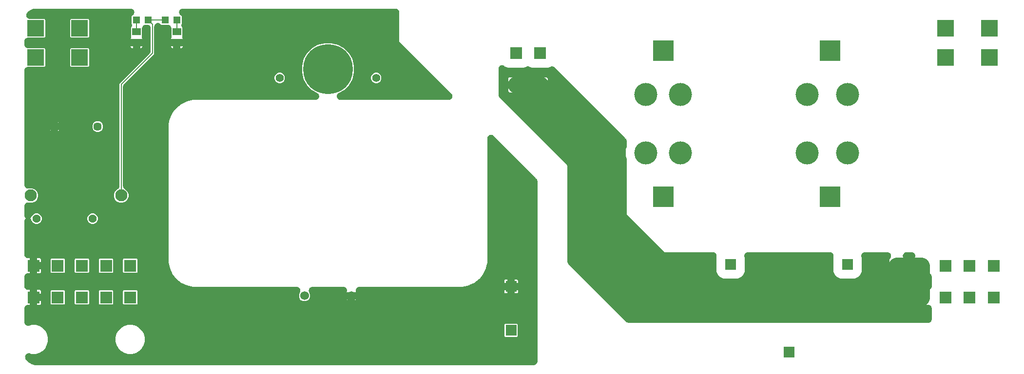
<source format=gbl>
G04 EAGLE Gerber RS-274X export*
G75*
%MOMM*%
%FSLAX34Y34*%
%LPD*%
%INTop Copper*%
%IPPOS*%
%AMOC8*
5,1,8,0,0,1.08239X$1,22.5*%
G01*
%ADD10C,1.524000*%
%ADD11C,1.397000*%
%ADD12C,8.636000*%
%ADD13R,2.100000X2.100000*%
%ADD14C,1.450000*%
%ADD15C,2.100000*%
%ADD16C,1.430000*%
%ADD17R,1.200000X1.200000*%
%ADD18R,1.500000X1.300000*%
%ADD19R,1.905000X1.905000*%
%ADD20R,2.857500X2.857500*%
%ADD21C,4.000000*%
%ADD22R,3.556000X3.556000*%
%ADD23C,0.200000*%
%ADD24C,3.000000*%

G36*
X895003Y10161D02*
X895003Y10161D01*
X895006Y10161D01*
X895353Y10181D01*
X895711Y10201D01*
X895714Y10201D01*
X895717Y10201D01*
X896057Y10260D01*
X896414Y10320D01*
X896416Y10321D01*
X896419Y10321D01*
X896764Y10421D01*
X897098Y10517D01*
X897101Y10519D01*
X897104Y10519D01*
X897428Y10654D01*
X897756Y10790D01*
X897759Y10792D01*
X897761Y10793D01*
X898073Y10965D01*
X898380Y11135D01*
X898382Y11137D01*
X898385Y11138D01*
X898682Y11349D01*
X898961Y11547D01*
X898963Y11549D01*
X898965Y11551D01*
X899233Y11791D01*
X899492Y12022D01*
X899494Y12025D01*
X899496Y12026D01*
X899726Y12285D01*
X899966Y12554D01*
X899968Y12556D01*
X899970Y12558D01*
X900168Y12839D01*
X900378Y13135D01*
X900380Y13138D01*
X900381Y13140D01*
X900544Y13436D01*
X900722Y13759D01*
X900723Y13762D01*
X900725Y13764D01*
X900856Y14082D01*
X900994Y14417D01*
X900995Y14420D01*
X900996Y14423D01*
X901091Y14752D01*
X901191Y15102D01*
X901192Y15105D01*
X901192Y15107D01*
X901251Y15457D01*
X901310Y15804D01*
X901310Y15807D01*
X901311Y15810D01*
X901349Y16510D01*
X901349Y330000D01*
X901349Y330004D01*
X901349Y330009D01*
X901329Y330362D01*
X901309Y330711D01*
X901309Y330716D01*
X901308Y330720D01*
X901248Y331071D01*
X901190Y331414D01*
X901189Y331418D01*
X901188Y331422D01*
X901086Y331774D01*
X900993Y332098D01*
X900991Y332102D01*
X900990Y332106D01*
X900854Y332432D01*
X900720Y332756D01*
X900718Y332760D01*
X900716Y332764D01*
X900546Y333071D01*
X900375Y333380D01*
X900373Y333383D01*
X900370Y333387D01*
X900158Y333686D01*
X899963Y333961D01*
X899960Y333964D01*
X899957Y333967D01*
X899490Y334490D01*
X825200Y408780D01*
X825199Y408781D01*
X825198Y408782D01*
X824940Y409012D01*
X824668Y409254D01*
X824667Y409255D01*
X824666Y409256D01*
X824381Y409458D01*
X824087Y409667D01*
X824086Y409667D01*
X824085Y409668D01*
X823742Y409857D01*
X823464Y410011D01*
X823463Y410012D01*
X823461Y410012D01*
X823119Y410154D01*
X822805Y410284D01*
X822804Y410284D01*
X822803Y410284D01*
X822452Y410385D01*
X822121Y410481D01*
X822120Y410481D01*
X822118Y410481D01*
X821752Y410543D01*
X821418Y410600D01*
X821417Y410600D01*
X821416Y410600D01*
X821065Y410619D01*
X820707Y410639D01*
X820706Y410639D01*
X820704Y410639D01*
X820371Y410620D01*
X819996Y410599D01*
X819994Y410599D01*
X819993Y410599D01*
X819687Y410546D01*
X819294Y410479D01*
X819292Y410479D01*
X819291Y410479D01*
X818958Y410382D01*
X818609Y410282D01*
X818608Y410281D01*
X818606Y410281D01*
X818274Y410142D01*
X817951Y410009D01*
X817950Y410008D01*
X817949Y410007D01*
X817648Y409841D01*
X817328Y409663D01*
X817327Y409663D01*
X817325Y409662D01*
X817039Y409458D01*
X816747Y409251D01*
X816746Y409250D01*
X816745Y409249D01*
X816485Y409016D01*
X816216Y408776D01*
X816215Y408774D01*
X816214Y408774D01*
X815999Y408532D01*
X815742Y408244D01*
X815741Y408243D01*
X815740Y408242D01*
X815528Y407941D01*
X815330Y407662D01*
X815330Y407661D01*
X815329Y407660D01*
X815154Y407342D01*
X814986Y407039D01*
X814986Y407037D01*
X814985Y407036D01*
X814859Y406730D01*
X814715Y406380D01*
X814714Y406379D01*
X814714Y406377D01*
X814613Y406025D01*
X814518Y405695D01*
X814518Y405694D01*
X814518Y405693D01*
X814461Y405353D01*
X814400Y404993D01*
X814400Y404991D01*
X814399Y404990D01*
X814361Y404290D01*
X814361Y188962D01*
X813000Y182999D01*
X812999Y182998D01*
X811941Y178360D01*
X811764Y177993D01*
X811764Y177992D01*
X808706Y171644D01*
X808706Y171643D01*
X807222Y168561D01*
X800514Y160150D01*
X800514Y160149D01*
X800441Y160059D01*
X791939Y153278D01*
X783502Y149215D01*
X783501Y149215D01*
X782140Y148559D01*
X771538Y146139D01*
X592071Y146139D01*
X591832Y146126D01*
X591593Y146121D01*
X591477Y146106D01*
X591360Y146099D01*
X591124Y146059D01*
X590887Y146028D01*
X590773Y145999D01*
X590658Y145980D01*
X590428Y145914D01*
X590195Y145856D01*
X590086Y145815D01*
X589973Y145783D01*
X589752Y145691D01*
X589527Y145607D01*
X589423Y145555D01*
X589315Y145510D01*
X589105Y145394D01*
X588892Y145286D01*
X588794Y145222D01*
X588692Y145165D01*
X588496Y145026D01*
X588296Y144895D01*
X588206Y144820D01*
X588111Y144753D01*
X587932Y144593D01*
X587748Y144440D01*
X587667Y144356D01*
X587580Y144278D01*
X587420Y144099D01*
X587254Y143926D01*
X587183Y143833D01*
X587105Y143746D01*
X586967Y143551D01*
X586821Y143361D01*
X586761Y143261D01*
X586693Y143165D01*
X586577Y142955D01*
X586454Y142750D01*
X586406Y142644D01*
X586349Y142541D01*
X586258Y142320D01*
X586158Y142102D01*
X586122Y141991D01*
X586077Y141883D01*
X586011Y141653D01*
X585936Y141425D01*
X585913Y141310D01*
X585880Y141198D01*
X585840Y140962D01*
X585792Y140727D01*
X585781Y140611D01*
X585762Y140496D01*
X585748Y140257D01*
X585726Y140018D01*
X585729Y139901D01*
X585722Y139784D01*
X585736Y139545D01*
X585741Y139306D01*
X585756Y139190D01*
X585763Y139073D01*
X585803Y138837D01*
X585835Y138599D01*
X585863Y138486D01*
X585883Y138371D01*
X585949Y138141D01*
X586007Y137908D01*
X586048Y137799D01*
X586081Y137686D01*
X586173Y137465D01*
X586253Y137249D01*
X578140Y137249D01*
X570027Y137249D01*
X570028Y137251D01*
X570111Y137475D01*
X570203Y137697D01*
X570235Y137810D01*
X570276Y137919D01*
X570334Y138152D01*
X570400Y138382D01*
X570419Y138497D01*
X570447Y138611D01*
X570479Y138849D01*
X570518Y139084D01*
X570525Y139201D01*
X570540Y139317D01*
X570545Y139557D01*
X570558Y139796D01*
X570551Y139912D01*
X570553Y140029D01*
X570531Y140268D01*
X570517Y140507D01*
X570498Y140622D01*
X570487Y140739D01*
X570438Y140973D01*
X570397Y141209D01*
X570365Y141322D01*
X570341Y141436D01*
X570266Y141664D01*
X570199Y141894D01*
X570154Y142002D01*
X570118Y142113D01*
X570018Y142330D01*
X569926Y142551D01*
X569869Y142654D01*
X569820Y142760D01*
X569697Y142965D01*
X569581Y143175D01*
X569513Y143270D01*
X569452Y143370D01*
X569306Y143560D01*
X569168Y143755D01*
X569090Y143842D01*
X569018Y143935D01*
X568852Y144107D01*
X568692Y144286D01*
X568605Y144363D01*
X568524Y144448D01*
X568339Y144600D01*
X568160Y144760D01*
X568065Y144827D01*
X567975Y144902D01*
X567774Y145033D01*
X567579Y145171D01*
X567476Y145228D01*
X567378Y145291D01*
X567165Y145399D01*
X566955Y145515D01*
X566846Y145559D01*
X566742Y145612D01*
X566517Y145695D01*
X566296Y145786D01*
X566184Y145819D01*
X566074Y145859D01*
X565841Y145917D01*
X565611Y145982D01*
X565496Y146002D01*
X565382Y146030D01*
X565145Y146061D01*
X564909Y146101D01*
X564790Y146107D01*
X564676Y146122D01*
X564448Y146126D01*
X564209Y146139D01*
X510463Y146139D01*
X510283Y146129D01*
X510103Y146129D01*
X509928Y146109D01*
X509752Y146099D01*
X509574Y146069D01*
X509395Y146049D01*
X509223Y146009D01*
X509050Y145980D01*
X508877Y145930D01*
X508701Y145890D01*
X508534Y145831D01*
X508365Y145783D01*
X508199Y145714D01*
X508028Y145654D01*
X507870Y145577D01*
X507707Y145510D01*
X507549Y145422D01*
X507387Y145344D01*
X507238Y145250D01*
X507084Y145165D01*
X506937Y145061D01*
X506784Y144964D01*
X506646Y144854D01*
X506503Y144753D01*
X506368Y144632D01*
X506227Y144520D01*
X506103Y144395D01*
X505972Y144278D01*
X505852Y144143D01*
X505724Y144015D01*
X505615Y143878D01*
X505497Y143746D01*
X505393Y143599D01*
X505281Y143458D01*
X505187Y143309D01*
X505085Y143165D01*
X504998Y143007D01*
X504902Y142854D01*
X504826Y142695D01*
X504741Y142541D01*
X504672Y142374D01*
X504594Y142212D01*
X504536Y142046D01*
X504469Y141883D01*
X504419Y141709D01*
X504360Y141539D01*
X504321Y141367D01*
X504272Y141198D01*
X504242Y141020D01*
X504202Y140844D01*
X504183Y140669D01*
X504154Y140496D01*
X504144Y140316D01*
X504124Y140136D01*
X504124Y139960D01*
X504114Y139784D01*
X504124Y139604D01*
X504125Y139424D01*
X504145Y139249D01*
X504155Y139073D01*
X504185Y138895D01*
X504206Y138716D01*
X504245Y138544D01*
X504275Y138371D01*
X504325Y138198D01*
X504365Y138022D01*
X504425Y137853D01*
X504473Y137686D01*
X504539Y137528D01*
X504597Y137360D01*
X506481Y132814D01*
X506481Y128986D01*
X505016Y125450D01*
X502310Y122744D01*
X498774Y121279D01*
X494946Y121279D01*
X491410Y122744D01*
X488704Y125450D01*
X487239Y128986D01*
X487239Y132814D01*
X489123Y137360D01*
X489182Y137530D01*
X489251Y137697D01*
X489300Y137867D01*
X489358Y138033D01*
X489398Y138209D01*
X489448Y138382D01*
X489477Y138555D01*
X489516Y138727D01*
X489536Y138907D01*
X489566Y139084D01*
X489576Y139260D01*
X489596Y139435D01*
X489596Y139616D01*
X489606Y139796D01*
X489596Y139972D01*
X489596Y140148D01*
X489575Y140327D01*
X489565Y140507D01*
X489536Y140681D01*
X489516Y140856D01*
X489476Y141032D01*
X489445Y141209D01*
X489396Y141378D01*
X489357Y141550D01*
X489297Y141721D01*
X489247Y141894D01*
X489180Y142056D01*
X489121Y142222D01*
X489043Y142385D01*
X488974Y142551D01*
X488888Y142706D01*
X488812Y142864D01*
X488716Y143017D01*
X488629Y143175D01*
X488526Y143318D01*
X488433Y143467D01*
X488320Y143608D01*
X488216Y143755D01*
X488098Y143886D01*
X487988Y144024D01*
X487860Y144151D01*
X487740Y144286D01*
X487609Y144403D01*
X487484Y144527D01*
X487343Y144640D01*
X487208Y144760D01*
X487064Y144861D01*
X486927Y144971D01*
X486774Y145067D01*
X486627Y145171D01*
X486472Y145256D01*
X486323Y145350D01*
X486161Y145428D01*
X486003Y145515D01*
X485840Y145582D01*
X485681Y145658D01*
X485511Y145718D01*
X485344Y145786D01*
X485175Y145835D01*
X485008Y145893D01*
X484833Y145933D01*
X484659Y145982D01*
X484485Y146012D01*
X484314Y146051D01*
X484135Y146071D01*
X483957Y146101D01*
X483778Y146110D01*
X483606Y146130D01*
X483434Y146129D01*
X483257Y146139D01*
X303462Y146139D01*
X292860Y148559D01*
X283061Y153278D01*
X274559Y160059D01*
X267778Y168561D01*
X263059Y178360D01*
X260639Y188962D01*
X260639Y428438D01*
X261944Y434152D01*
X261944Y434153D01*
X263059Y439040D01*
X263116Y439158D01*
X263116Y439159D01*
X266174Y445507D01*
X266174Y445508D01*
X267778Y448839D01*
X269224Y450652D01*
X274287Y457001D01*
X274288Y457002D01*
X274559Y457341D01*
X283061Y464122D01*
X290981Y467936D01*
X290982Y467936D01*
X292860Y468841D01*
X303462Y471261D01*
X515829Y471261D01*
X515949Y471267D01*
X516069Y471265D01*
X516304Y471287D01*
X516540Y471301D01*
X516659Y471321D01*
X516778Y471332D01*
X517010Y471380D01*
X517243Y471420D01*
X517358Y471453D01*
X517475Y471478D01*
X517700Y471552D01*
X517927Y471617D01*
X518038Y471663D01*
X518152Y471701D01*
X518367Y471800D01*
X518585Y471890D01*
X518690Y471948D01*
X518799Y471998D01*
X519002Y472121D01*
X519209Y472235D01*
X519306Y472304D01*
X519409Y472366D01*
X519597Y472511D01*
X519790Y472647D01*
X519879Y472727D01*
X519974Y472800D01*
X520145Y472965D01*
X520321Y473122D01*
X520401Y473212D01*
X520487Y473295D01*
X520638Y473477D01*
X520795Y473654D01*
X520865Y473752D01*
X520941Y473844D01*
X521070Y474042D01*
X521207Y474235D01*
X521265Y474340D01*
X521331Y474440D01*
X521437Y474651D01*
X521551Y474859D01*
X521597Y474970D01*
X521651Y475077D01*
X521733Y475298D01*
X521824Y475517D01*
X521857Y475632D01*
X521898Y475745D01*
X521955Y475974D01*
X522020Y476202D01*
X522040Y476320D01*
X522069Y476436D01*
X522100Y476671D01*
X522139Y476904D01*
X522146Y477024D01*
X522161Y477143D01*
X522165Y477379D01*
X522178Y477616D01*
X522172Y477736D01*
X522174Y477855D01*
X522151Y478091D01*
X522138Y478327D01*
X522118Y478445D01*
X522106Y478564D01*
X522058Y478796D01*
X522018Y479029D01*
X521984Y479144D01*
X521960Y479262D01*
X521885Y479487D01*
X521820Y479714D01*
X521774Y479824D01*
X521736Y479938D01*
X521637Y480153D01*
X521546Y480371D01*
X521488Y480476D01*
X521438Y480585D01*
X521316Y480788D01*
X521201Y480995D01*
X521132Y481092D01*
X521070Y481195D01*
X520925Y481383D01*
X520788Y481575D01*
X520708Y481664D01*
X520635Y481759D01*
X520470Y481930D01*
X520313Y482106D01*
X520223Y482185D01*
X520140Y482272D01*
X519958Y482422D01*
X519781Y482580D01*
X519683Y482649D01*
X519591Y482725D01*
X519388Y482858D01*
X519199Y482991D01*
X519101Y483045D01*
X519004Y483109D01*
X509758Y488446D01*
X501346Y496858D01*
X495398Y507161D01*
X492319Y518652D01*
X492319Y530548D01*
X495398Y542039D01*
X501346Y552342D01*
X509758Y560754D01*
X520061Y566702D01*
X531552Y569781D01*
X543448Y569781D01*
X554939Y566702D01*
X565242Y560754D01*
X573654Y552342D01*
X579602Y542039D01*
X582681Y530548D01*
X582681Y518652D01*
X579602Y507161D01*
X573654Y496858D01*
X565242Y488446D01*
X555996Y483109D01*
X555896Y483043D01*
X555791Y482985D01*
X555599Y482848D01*
X555400Y482718D01*
X555308Y482642D01*
X555210Y482572D01*
X555034Y482415D01*
X554852Y482264D01*
X554768Y482177D01*
X554679Y482098D01*
X554522Y481921D01*
X554358Y481751D01*
X554285Y481655D01*
X554205Y481566D01*
X554068Y481373D01*
X553924Y481185D01*
X553862Y481083D01*
X553793Y480985D01*
X553678Y480777D01*
X553556Y480575D01*
X553507Y480466D01*
X553449Y480361D01*
X553358Y480142D01*
X553260Y479927D01*
X553222Y479813D01*
X553176Y479703D01*
X553111Y479475D01*
X553037Y479251D01*
X553013Y479133D01*
X552980Y479018D01*
X552940Y478785D01*
X552892Y478553D01*
X552881Y478434D01*
X552861Y478316D01*
X552848Y478079D01*
X552826Y477844D01*
X552828Y477724D01*
X552822Y477604D01*
X552835Y477368D01*
X552840Y477131D01*
X552855Y477013D01*
X552862Y476893D01*
X552902Y476660D01*
X552933Y476425D01*
X552962Y476309D01*
X552982Y476191D01*
X553048Y475963D01*
X553105Y475734D01*
X553147Y475622D01*
X553180Y475506D01*
X553271Y475288D01*
X553353Y475066D01*
X553408Y474959D01*
X553454Y474849D01*
X553568Y474641D01*
X553675Y474430D01*
X553741Y474330D01*
X553799Y474225D01*
X553936Y474033D01*
X554066Y473835D01*
X554143Y473742D01*
X554212Y473645D01*
X554369Y473469D01*
X554521Y473287D01*
X554608Y473203D01*
X554687Y473114D01*
X554864Y472957D01*
X555035Y472793D01*
X555130Y472720D01*
X555219Y472640D01*
X555413Y472504D01*
X555600Y472360D01*
X555703Y472298D01*
X555801Y472229D01*
X556008Y472115D01*
X556211Y471993D01*
X556320Y471943D01*
X556425Y471885D01*
X556643Y471795D01*
X556859Y471697D01*
X556973Y471659D01*
X557083Y471614D01*
X557311Y471549D01*
X557536Y471475D01*
X557653Y471451D01*
X557768Y471418D01*
X558002Y471378D01*
X558233Y471330D01*
X558353Y471319D01*
X558471Y471299D01*
X558713Y471286D01*
X558943Y471265D01*
X559056Y471267D01*
X559171Y471261D01*
X747390Y471261D01*
X747391Y471261D01*
X747393Y471261D01*
X747757Y471281D01*
X748101Y471301D01*
X748103Y471301D01*
X748104Y471301D01*
X748482Y471365D01*
X748804Y471420D01*
X748805Y471420D01*
X748806Y471421D01*
X749171Y471526D01*
X749488Y471617D01*
X749489Y471618D01*
X749491Y471618D01*
X749809Y471751D01*
X750146Y471890D01*
X750148Y471891D01*
X750149Y471891D01*
X750476Y472072D01*
X750770Y472235D01*
X750771Y472236D01*
X750772Y472237D01*
X751096Y472466D01*
X751351Y472647D01*
X751352Y472648D01*
X751353Y472649D01*
X751630Y472897D01*
X751882Y473122D01*
X751883Y473123D01*
X751884Y473124D01*
X752129Y473400D01*
X752356Y473654D01*
X752357Y473655D01*
X752358Y473656D01*
X752555Y473934D01*
X752768Y474235D01*
X752769Y474237D01*
X752770Y474238D01*
X752914Y474500D01*
X753112Y474859D01*
X753113Y474860D01*
X753114Y474861D01*
X753256Y475206D01*
X753384Y475517D01*
X753385Y475519D01*
X753385Y475520D01*
X753477Y475840D01*
X753581Y476202D01*
X753581Y476203D01*
X753582Y476205D01*
X753645Y476577D01*
X753700Y476904D01*
X753700Y476906D01*
X753700Y476907D01*
X753721Y477293D01*
X753739Y477616D01*
X753739Y477617D01*
X753739Y477619D01*
X753718Y477986D01*
X753699Y478327D01*
X753698Y478328D01*
X753698Y478330D01*
X753634Y478704D01*
X753579Y479029D01*
X753578Y479030D01*
X753578Y479032D01*
X753477Y479381D01*
X753381Y479714D01*
X753380Y479715D01*
X753380Y479716D01*
X753243Y480044D01*
X753107Y480371D01*
X753107Y480373D01*
X753106Y480374D01*
X752938Y480677D01*
X752762Y480995D01*
X752761Y480996D01*
X752760Y480997D01*
X752542Y481304D01*
X752349Y481575D01*
X752348Y481576D01*
X752347Y481577D01*
X751880Y482100D01*
X661349Y572630D01*
X661349Y623490D01*
X661349Y623493D01*
X661349Y623496D01*
X661330Y623839D01*
X661309Y624201D01*
X661309Y624204D01*
X661309Y624207D01*
X661251Y624547D01*
X661190Y624904D01*
X661189Y624906D01*
X661189Y624909D01*
X661089Y625253D01*
X660993Y625588D01*
X660991Y625591D01*
X660991Y625594D01*
X660862Y625903D01*
X660720Y626246D01*
X660718Y626249D01*
X660717Y626251D01*
X660545Y626563D01*
X660375Y626870D01*
X660373Y626872D01*
X660372Y626875D01*
X660169Y627160D01*
X659963Y627451D01*
X659961Y627453D01*
X659959Y627455D01*
X659719Y627723D01*
X659488Y627982D01*
X659485Y627984D01*
X659484Y627986D01*
X659219Y628221D01*
X658956Y628456D01*
X658954Y628458D01*
X658952Y628460D01*
X658671Y628658D01*
X658375Y628868D01*
X658372Y628870D01*
X658370Y628871D01*
X658074Y629034D01*
X657751Y629212D01*
X657748Y629213D01*
X657746Y629215D01*
X657428Y629346D01*
X657093Y629484D01*
X657090Y629485D01*
X657087Y629486D01*
X656758Y629581D01*
X656408Y629681D01*
X656405Y629682D01*
X656403Y629682D01*
X656049Y629742D01*
X655706Y629800D01*
X655703Y629800D01*
X655700Y629801D01*
X655000Y629839D01*
X285237Y629839D01*
X285058Y629829D01*
X284879Y629829D01*
X284703Y629809D01*
X284526Y629799D01*
X284349Y629769D01*
X284171Y629749D01*
X283998Y629710D01*
X283823Y629680D01*
X283651Y629630D01*
X283477Y629590D01*
X283309Y629532D01*
X283139Y629483D01*
X282974Y629414D01*
X282804Y629355D01*
X282644Y629278D01*
X282481Y629210D01*
X282324Y629123D01*
X282163Y629045D01*
X282012Y628951D01*
X281857Y628865D01*
X281711Y628761D01*
X281560Y628666D01*
X281421Y628555D01*
X281276Y628453D01*
X281143Y628333D01*
X281003Y628221D01*
X280877Y628096D01*
X280745Y627978D01*
X280626Y627844D01*
X280500Y627717D01*
X280389Y627579D01*
X280271Y627446D01*
X280167Y627300D01*
X280056Y627160D01*
X279962Y627010D01*
X279859Y626865D01*
X279772Y626708D01*
X279677Y626556D01*
X279600Y626397D01*
X279515Y626241D01*
X279446Y626076D01*
X279369Y625914D01*
X279310Y625747D01*
X279243Y625583D01*
X279193Y625410D01*
X279134Y625242D01*
X279095Y625069D01*
X279046Y624898D01*
X279016Y624721D01*
X278976Y624547D01*
X278957Y624371D01*
X278927Y624196D01*
X278917Y624017D01*
X278897Y623839D01*
X278897Y623661D01*
X278888Y623484D01*
X278898Y623306D01*
X278898Y623126D01*
X278918Y622950D01*
X278928Y622773D01*
X278958Y622597D01*
X278979Y622419D01*
X279018Y622246D01*
X279048Y622071D01*
X279098Y621899D01*
X279138Y621724D01*
X279197Y621557D01*
X279246Y621386D01*
X279315Y621221D01*
X279374Y621052D01*
X279452Y620893D01*
X279520Y620729D01*
X279607Y620572D01*
X279684Y620411D01*
X279779Y620261D01*
X279865Y620105D01*
X279969Y619960D01*
X280064Y619808D01*
X280175Y619669D01*
X280278Y619525D01*
X280397Y619392D01*
X280509Y619252D01*
X280635Y619126D01*
X280753Y618994D01*
X280887Y618875D01*
X281014Y618749D01*
X281153Y618638D01*
X281285Y618520D01*
X281431Y618417D01*
X281572Y618306D01*
X281722Y618211D01*
X281867Y618109D01*
X282024Y618023D01*
X282176Y617928D01*
X282338Y617849D01*
X282491Y617765D01*
X282616Y617714D01*
X283196Y617133D01*
X283501Y616398D01*
X283501Y603602D01*
X283433Y603439D01*
X283373Y603268D01*
X283304Y603099D01*
X283256Y602931D01*
X283198Y602767D01*
X283158Y602590D01*
X283107Y602414D01*
X283078Y602242D01*
X283040Y602072D01*
X283019Y601892D01*
X282989Y601712D01*
X282979Y601537D01*
X282960Y601364D01*
X282960Y601182D01*
X282950Y601000D01*
X282960Y600826D01*
X282960Y600652D01*
X282980Y600471D01*
X282991Y600289D01*
X283020Y600117D01*
X283040Y599944D01*
X283081Y599766D01*
X283111Y599587D01*
X283160Y599419D01*
X283199Y599249D01*
X283259Y599078D01*
X283310Y598903D01*
X283377Y598742D01*
X283434Y598577D01*
X283513Y598413D01*
X283583Y598245D01*
X283668Y598093D01*
X283744Y597935D01*
X283841Y597781D01*
X283929Y597622D01*
X284030Y597480D01*
X284096Y597376D01*
X284501Y596398D01*
X284501Y582504D01*
X284486Y582463D01*
X284485Y582459D01*
X284484Y582454D01*
X284406Y582109D01*
X284328Y581768D01*
X284327Y581764D01*
X284326Y581760D01*
X284288Y581411D01*
X284248Y581061D01*
X284248Y581056D01*
X284248Y581052D01*
X284248Y580691D01*
X284248Y580348D01*
X284249Y580344D01*
X284249Y580339D01*
X284289Y579989D01*
X284328Y579640D01*
X284329Y579636D01*
X284330Y579631D01*
X284409Y579289D01*
X284487Y578946D01*
X284489Y578941D01*
X284490Y578937D01*
X284722Y578276D01*
X284943Y577741D01*
X285041Y577250D01*
X285041Y576849D01*
X275000Y576849D01*
X264959Y576849D01*
X264959Y577250D01*
X265057Y577741D01*
X265278Y578276D01*
X265280Y578280D01*
X265282Y578284D01*
X265387Y578587D01*
X265514Y578948D01*
X265515Y578953D01*
X265516Y578957D01*
X265592Y579292D01*
X265672Y579643D01*
X265673Y579647D01*
X265674Y579651D01*
X265712Y580000D01*
X265752Y580351D01*
X265752Y580355D01*
X265752Y580360D01*
X265752Y580706D01*
X265752Y581063D01*
X265751Y581068D01*
X265751Y581072D01*
X265712Y581411D01*
X265672Y581771D01*
X265671Y581775D01*
X265670Y581780D01*
X265592Y582121D01*
X265513Y582465D01*
X265511Y582470D01*
X265510Y582474D01*
X265499Y582506D01*
X265499Y595650D01*
X265499Y595653D01*
X265499Y595656D01*
X265480Y595990D01*
X265459Y596361D01*
X265459Y596364D01*
X265459Y596367D01*
X265404Y596685D01*
X265340Y597064D01*
X265339Y597066D01*
X265339Y597069D01*
X265239Y597414D01*
X265143Y597748D01*
X265141Y597751D01*
X265141Y597754D01*
X265006Y598078D01*
X264870Y598406D01*
X264868Y598409D01*
X264867Y598411D01*
X264695Y598723D01*
X264525Y599030D01*
X264523Y599032D01*
X264522Y599035D01*
X264315Y599325D01*
X264113Y599611D01*
X264111Y599613D01*
X264109Y599615D01*
X263869Y599883D01*
X263638Y600142D01*
X263635Y600144D01*
X263634Y600146D01*
X263366Y600384D01*
X263106Y600616D01*
X263104Y600618D01*
X263102Y600620D01*
X262821Y600818D01*
X262525Y601028D01*
X262522Y601030D01*
X262520Y601031D01*
X262224Y601194D01*
X261901Y601372D01*
X261898Y601373D01*
X261896Y601375D01*
X261578Y601506D01*
X261243Y601644D01*
X261240Y601645D01*
X261237Y601646D01*
X260908Y601741D01*
X260558Y601841D01*
X260555Y601842D01*
X260553Y601842D01*
X260199Y601902D01*
X259856Y601960D01*
X259853Y601960D01*
X259850Y601961D01*
X259150Y601999D01*
X248102Y601999D01*
X247367Y602304D01*
X246540Y603131D01*
X246539Y603132D01*
X246538Y603133D01*
X246263Y603378D01*
X246008Y603606D01*
X246007Y603606D01*
X246006Y603607D01*
X245690Y603832D01*
X245427Y604018D01*
X245426Y604019D01*
X245425Y604019D01*
X245088Y604205D01*
X244804Y604362D01*
X244803Y604363D01*
X244801Y604364D01*
X244449Y604509D01*
X244146Y604635D01*
X244144Y604635D01*
X244143Y604636D01*
X243785Y604739D01*
X243461Y604832D01*
X243460Y604832D01*
X243458Y604833D01*
X243108Y604892D01*
X242758Y604951D01*
X242757Y604951D01*
X242756Y604951D01*
X242411Y604970D01*
X242047Y604991D01*
X242046Y604991D01*
X242044Y604991D01*
X241705Y604971D01*
X241336Y604950D01*
X241334Y604950D01*
X241333Y604950D01*
X241010Y604895D01*
X240634Y604831D01*
X240632Y604830D01*
X240631Y604830D01*
X240299Y604734D01*
X239949Y604633D01*
X239948Y604632D01*
X239946Y604632D01*
X239635Y604503D01*
X239291Y604360D01*
X239290Y604359D01*
X239289Y604359D01*
X238997Y604197D01*
X238668Y604015D01*
X238667Y604014D01*
X238665Y604013D01*
X238410Y603832D01*
X238087Y603602D01*
X238086Y603601D01*
X238085Y603600D01*
X237837Y603378D01*
X237556Y603127D01*
X237555Y603126D01*
X237554Y603125D01*
X237288Y602826D01*
X237082Y602595D01*
X237081Y602594D01*
X237080Y602593D01*
X236865Y602288D01*
X236670Y602014D01*
X236670Y602013D01*
X236669Y602011D01*
X236503Y601710D01*
X236327Y601390D01*
X236326Y601389D01*
X236325Y601387D01*
X236178Y601031D01*
X236055Y600732D01*
X236054Y600730D01*
X236054Y600729D01*
X235952Y600375D01*
X235858Y600047D01*
X235858Y600045D01*
X235858Y600044D01*
X235794Y599667D01*
X235740Y599344D01*
X235740Y599343D01*
X235739Y599341D01*
X235701Y598641D01*
X235701Y552103D01*
X235244Y551000D01*
X183360Y499117D01*
X183358Y499114D01*
X183354Y499111D01*
X183120Y498848D01*
X182886Y498585D01*
X182883Y498582D01*
X182880Y498579D01*
X182679Y498294D01*
X182473Y498004D01*
X182471Y498001D01*
X182469Y497997D01*
X182291Y497673D01*
X182129Y497381D01*
X182127Y497377D01*
X182125Y497373D01*
X181991Y497048D01*
X181856Y496723D01*
X181855Y496718D01*
X181854Y496714D01*
X181755Y496368D01*
X181659Y496038D01*
X181659Y496034D01*
X181658Y496030D01*
X181597Y495668D01*
X181540Y495336D01*
X181540Y495331D01*
X181539Y495327D01*
X181501Y494627D01*
X181501Y321530D01*
X181511Y321349D01*
X181511Y321167D01*
X181531Y320993D01*
X181541Y320819D01*
X181571Y320640D01*
X181592Y320459D01*
X181631Y320289D01*
X181660Y320117D01*
X181710Y319942D01*
X181751Y319765D01*
X181809Y319600D01*
X181857Y319432D01*
X181927Y319264D01*
X181987Y319092D01*
X182063Y318935D01*
X182130Y318774D01*
X182218Y318615D01*
X182297Y318451D01*
X182391Y318303D01*
X182475Y318150D01*
X182580Y318003D01*
X182677Y317848D01*
X182787Y317712D01*
X182887Y317570D01*
X183008Y317434D01*
X183122Y317292D01*
X183246Y317169D01*
X183362Y317039D01*
X183498Y316918D01*
X183627Y316789D01*
X183764Y316680D01*
X183894Y316564D01*
X184042Y316459D01*
X184185Y316346D01*
X184332Y316253D01*
X184475Y316152D01*
X184635Y316064D01*
X184788Y315968D01*
X184948Y315891D01*
X185099Y315808D01*
X185259Y315742D01*
X185420Y315664D01*
X185581Y315598D01*
X189098Y312081D01*
X191001Y307487D01*
X191001Y302513D01*
X189098Y297919D01*
X185581Y294402D01*
X180987Y292499D01*
X176013Y292499D01*
X171419Y294402D01*
X167902Y297919D01*
X165999Y302513D01*
X165999Y307487D01*
X167902Y312081D01*
X171419Y315598D01*
X171580Y315664D01*
X171744Y315743D01*
X171911Y315813D01*
X172064Y315897D01*
X172222Y315973D01*
X172376Y316070D01*
X172535Y316158D01*
X172677Y316259D01*
X172825Y316352D01*
X172967Y316466D01*
X173115Y316571D01*
X173245Y316688D01*
X173382Y316797D01*
X173510Y316925D01*
X173646Y317047D01*
X173762Y317177D01*
X173885Y317301D01*
X173999Y317443D01*
X174120Y317579D01*
X174220Y317721D01*
X174329Y317858D01*
X174426Y318012D01*
X174531Y318160D01*
X174615Y318313D01*
X174708Y318461D01*
X174787Y318625D01*
X174875Y318784D01*
X174941Y318945D01*
X175017Y319103D01*
X175077Y319275D01*
X175146Y319443D01*
X175194Y319611D01*
X175252Y319776D01*
X175292Y319953D01*
X175342Y320128D01*
X175371Y320300D01*
X175410Y320470D01*
X175430Y320651D01*
X175461Y320830D01*
X175470Y321007D01*
X175490Y321178D01*
X175489Y321352D01*
X175499Y321530D01*
X175499Y499097D01*
X175956Y500200D01*
X227840Y552083D01*
X227842Y552086D01*
X227846Y552089D01*
X228080Y552352D01*
X228314Y552615D01*
X228317Y552618D01*
X228320Y552621D01*
X228521Y552906D01*
X228727Y553196D01*
X228729Y553199D01*
X228731Y553203D01*
X228902Y553513D01*
X229071Y553819D01*
X229073Y553823D01*
X229075Y553827D01*
X229208Y554150D01*
X229344Y554477D01*
X229345Y554482D01*
X229346Y554486D01*
X229443Y554824D01*
X229541Y555162D01*
X229541Y555166D01*
X229542Y555170D01*
X229602Y555526D01*
X229660Y555864D01*
X229660Y555869D01*
X229661Y555873D01*
X229699Y556573D01*
X229699Y595650D01*
X229699Y595653D01*
X229699Y595656D01*
X229680Y595990D01*
X229659Y596361D01*
X229659Y596364D01*
X229659Y596367D01*
X229604Y596685D01*
X229540Y597064D01*
X229539Y597066D01*
X229539Y597069D01*
X229439Y597414D01*
X229343Y597748D01*
X229341Y597751D01*
X229341Y597754D01*
X229206Y598078D01*
X229070Y598406D01*
X229068Y598409D01*
X229067Y598411D01*
X228895Y598723D01*
X228725Y599030D01*
X228723Y599032D01*
X228722Y599035D01*
X228515Y599325D01*
X228313Y599611D01*
X228311Y599613D01*
X228309Y599615D01*
X228069Y599883D01*
X227838Y600142D01*
X227835Y600144D01*
X227834Y600146D01*
X227566Y600384D01*
X227306Y600616D01*
X227304Y600618D01*
X227302Y600620D01*
X227021Y600818D01*
X226725Y601028D01*
X226722Y601030D01*
X226720Y601031D01*
X226424Y601194D01*
X226101Y601372D01*
X226098Y601373D01*
X226096Y601375D01*
X225778Y601506D01*
X225443Y601644D01*
X225440Y601645D01*
X225437Y601646D01*
X225108Y601741D01*
X224758Y601841D01*
X224755Y601842D01*
X224753Y601842D01*
X224399Y601902D01*
X224056Y601960D01*
X224053Y601960D01*
X224050Y601961D01*
X223350Y601999D01*
X220850Y601999D01*
X220847Y601999D01*
X220844Y601999D01*
X220497Y601979D01*
X220139Y601959D01*
X220136Y601959D01*
X220133Y601959D01*
X219793Y601900D01*
X219436Y601840D01*
X219434Y601839D01*
X219431Y601839D01*
X219086Y601739D01*
X218752Y601643D01*
X218749Y601641D01*
X218746Y601641D01*
X218422Y601506D01*
X218094Y601370D01*
X218091Y601368D01*
X218089Y601367D01*
X217777Y601195D01*
X217470Y601025D01*
X217468Y601023D01*
X217465Y601022D01*
X217168Y600811D01*
X216889Y600613D01*
X216887Y600611D01*
X216885Y600609D01*
X216611Y600364D01*
X216358Y600138D01*
X216356Y600135D01*
X216354Y600134D01*
X216116Y599866D01*
X215884Y599606D01*
X215882Y599604D01*
X215880Y599602D01*
X215677Y599314D01*
X215472Y599025D01*
X215470Y599022D01*
X215469Y599020D01*
X215306Y598724D01*
X215128Y598401D01*
X215127Y598398D01*
X215125Y598396D01*
X214994Y598078D01*
X214856Y597743D01*
X214855Y597740D01*
X214854Y597737D01*
X214759Y597408D01*
X214659Y597058D01*
X214658Y597055D01*
X214658Y597053D01*
X214594Y596676D01*
X214540Y596356D01*
X214540Y596353D01*
X214539Y596350D01*
X214501Y595650D01*
X214501Y582504D01*
X214486Y582463D01*
X214485Y582459D01*
X214484Y582454D01*
X214406Y582109D01*
X214328Y581768D01*
X214327Y581764D01*
X214326Y581760D01*
X214288Y581411D01*
X214248Y581061D01*
X214248Y581056D01*
X214248Y581052D01*
X214248Y580691D01*
X214248Y580348D01*
X214249Y580344D01*
X214249Y580339D01*
X214289Y579989D01*
X214328Y579640D01*
X214329Y579636D01*
X214330Y579631D01*
X214409Y579289D01*
X214487Y578946D01*
X214489Y578941D01*
X214490Y578937D01*
X214722Y578276D01*
X214943Y577741D01*
X215041Y577250D01*
X215041Y576849D01*
X205000Y576849D01*
X194959Y576849D01*
X194959Y577250D01*
X195057Y577741D01*
X195278Y578276D01*
X195280Y578280D01*
X195282Y578284D01*
X195387Y578587D01*
X195514Y578948D01*
X195515Y578953D01*
X195516Y578957D01*
X195592Y579292D01*
X195672Y579643D01*
X195673Y579647D01*
X195674Y579651D01*
X195712Y580000D01*
X195752Y580351D01*
X195752Y580355D01*
X195752Y580360D01*
X195752Y580706D01*
X195752Y581063D01*
X195751Y581068D01*
X195751Y581072D01*
X195712Y581411D01*
X195672Y581771D01*
X195671Y581775D01*
X195670Y581780D01*
X195592Y582121D01*
X195513Y582465D01*
X195511Y582470D01*
X195510Y582474D01*
X195499Y582506D01*
X195499Y596398D01*
X195903Y597373D01*
X195976Y597489D01*
X196077Y597632D01*
X196165Y597791D01*
X196262Y597945D01*
X196337Y598103D01*
X196422Y598255D01*
X196491Y598423D01*
X196570Y598588D01*
X196627Y598752D01*
X196694Y598914D01*
X196745Y599089D01*
X196804Y599260D01*
X196843Y599430D01*
X196891Y599598D01*
X196922Y599778D01*
X196962Y599955D01*
X196981Y600129D01*
X197010Y600301D01*
X197020Y600482D01*
X197041Y600663D01*
X197040Y600838D01*
X197050Y601012D01*
X197040Y601193D01*
X197039Y601376D01*
X197020Y601549D01*
X197010Y601723D01*
X196979Y601902D01*
X196959Y602084D01*
X196919Y602254D01*
X196890Y602426D01*
X196840Y602600D01*
X196799Y602778D01*
X196740Y602945D01*
X196693Y603110D01*
X196626Y603270D01*
X196567Y603439D01*
X196499Y603602D01*
X196499Y616398D01*
X196804Y617133D01*
X197385Y617715D01*
X197519Y617770D01*
X197675Y617856D01*
X197835Y617933D01*
X197986Y618028D01*
X198143Y618115D01*
X198287Y618218D01*
X198438Y618312D01*
X198578Y618424D01*
X198724Y618528D01*
X198856Y618646D01*
X198995Y618756D01*
X199121Y618883D01*
X199255Y619002D01*
X199373Y619135D01*
X199498Y619260D01*
X199610Y619400D01*
X199729Y619534D01*
X199832Y619679D01*
X199942Y619817D01*
X200037Y619969D01*
X200141Y620115D01*
X200227Y620271D01*
X200321Y620421D01*
X200399Y620582D01*
X200485Y620739D01*
X200553Y620903D01*
X200630Y621063D01*
X200689Y621232D01*
X200757Y621397D01*
X200806Y621568D01*
X200865Y621735D01*
X200905Y621910D01*
X200954Y622082D01*
X200984Y622257D01*
X201023Y622430D01*
X201043Y622608D01*
X201073Y622784D01*
X201083Y622962D01*
X201102Y623138D01*
X201102Y623317D01*
X201112Y623496D01*
X201102Y623673D01*
X201102Y623850D01*
X201082Y624029D01*
X201072Y624207D01*
X201042Y624381D01*
X201022Y624558D01*
X200982Y624733D01*
X200952Y624909D01*
X200902Y625080D01*
X200863Y625253D01*
X200803Y625421D01*
X200754Y625594D01*
X200686Y625757D01*
X200627Y625925D01*
X200549Y626086D01*
X200480Y626251D01*
X200394Y626407D01*
X200317Y626567D01*
X200222Y626718D01*
X200135Y626875D01*
X200032Y627019D01*
X199938Y627169D01*
X199826Y627309D01*
X199722Y627455D01*
X199604Y627587D01*
X199493Y627726D01*
X199366Y627852D01*
X199247Y627986D01*
X199114Y628104D01*
X198988Y628229D01*
X198849Y628340D01*
X198715Y628460D01*
X198570Y628562D01*
X198431Y628673D01*
X198279Y628768D01*
X198133Y628871D01*
X197978Y628957D01*
X197827Y629051D01*
X197666Y629128D01*
X197509Y629215D01*
X197345Y629282D01*
X197185Y629359D01*
X197016Y629418D01*
X196850Y629486D01*
X196680Y629535D01*
X196512Y629594D01*
X196337Y629633D01*
X196166Y629682D01*
X195991Y629712D01*
X195817Y629751D01*
X195640Y629771D01*
X195463Y629801D01*
X195283Y629811D01*
X195109Y629830D01*
X194939Y629830D01*
X194763Y629839D01*
X30000Y629839D01*
X29797Y629828D01*
X29585Y629826D01*
X27824Y629710D01*
X27554Y629677D01*
X27282Y629651D01*
X27199Y629634D01*
X27117Y629624D01*
X26866Y629564D01*
X26596Y629508D01*
X23194Y628596D01*
X23076Y628557D01*
X22956Y628527D01*
X22738Y628446D01*
X22518Y628373D01*
X22405Y628322D01*
X22289Y628278D01*
X22076Y628171D01*
X21870Y628076D01*
X21770Y628016D01*
X21663Y627962D01*
X18613Y626201D01*
X18510Y626133D01*
X18401Y626073D01*
X18211Y625938D01*
X18017Y625811D01*
X17922Y625732D01*
X17821Y625660D01*
X17643Y625501D01*
X17469Y625356D01*
X17387Y625272D01*
X17298Y625192D01*
X16283Y624176D01*
X15033Y622927D01*
X15032Y622926D01*
X15031Y622925D01*
X14798Y622663D01*
X14559Y622396D01*
X14558Y622395D01*
X14557Y622394D01*
X14335Y622081D01*
X14146Y621815D01*
X14146Y621814D01*
X14145Y621812D01*
X13966Y621489D01*
X13802Y621191D01*
X13801Y621190D01*
X13801Y621189D01*
X13656Y620839D01*
X13529Y620533D01*
X13529Y620532D01*
X13528Y620530D01*
X13426Y620173D01*
X13332Y619848D01*
X13332Y619847D01*
X13332Y619846D01*
X13272Y619495D01*
X13213Y619146D01*
X13213Y619144D01*
X13213Y619143D01*
X13193Y618787D01*
X13174Y618435D01*
X13174Y618433D01*
X13174Y618432D01*
X13193Y618086D01*
X13214Y617723D01*
X13214Y617722D01*
X13214Y617721D01*
X13270Y617397D01*
X13334Y617021D01*
X13334Y617020D01*
X13334Y617018D01*
X13428Y616695D01*
X13531Y616337D01*
X13532Y616335D01*
X13532Y616334D01*
X13671Y616000D01*
X13804Y615679D01*
X13805Y615677D01*
X13806Y615676D01*
X13988Y615347D01*
X14149Y615055D01*
X14150Y615054D01*
X14151Y615053D01*
X14360Y614759D01*
X14562Y614475D01*
X14563Y614474D01*
X14564Y614472D01*
X14793Y614216D01*
X15037Y613944D01*
X15038Y613943D01*
X15039Y613942D01*
X15315Y613696D01*
X15569Y613470D01*
X15570Y613469D01*
X15571Y613468D01*
X15875Y613253D01*
X16150Y613058D01*
X16152Y613057D01*
X16153Y613056D01*
X16472Y612881D01*
X16774Y612714D01*
X16776Y612713D01*
X16777Y612713D01*
X17077Y612589D01*
X17433Y612442D01*
X17434Y612442D01*
X17436Y612441D01*
X17744Y612353D01*
X18118Y612246D01*
X18119Y612245D01*
X18120Y612245D01*
X18484Y612184D01*
X18820Y612127D01*
X18821Y612127D01*
X18823Y612127D01*
X19523Y612088D01*
X44685Y612088D01*
X45421Y611784D01*
X45984Y611221D01*
X46288Y610485D01*
X46288Y581115D01*
X45984Y580379D01*
X45421Y579816D01*
X44685Y579512D01*
X16510Y579512D01*
X16507Y579512D01*
X16504Y579512D01*
X16157Y579492D01*
X15799Y579472D01*
X15796Y579471D01*
X15793Y579471D01*
X15453Y579413D01*
X15096Y579352D01*
X15094Y579352D01*
X15091Y579351D01*
X14746Y579251D01*
X14412Y579155D01*
X14409Y579154D01*
X14406Y579153D01*
X14082Y579018D01*
X13754Y578882D01*
X13751Y578881D01*
X13749Y578880D01*
X13437Y578707D01*
X13130Y578537D01*
X13128Y578536D01*
X13125Y578534D01*
X12828Y578323D01*
X12549Y578125D01*
X12547Y578123D01*
X12545Y578121D01*
X12277Y577881D01*
X12018Y577650D01*
X12016Y577648D01*
X12014Y577646D01*
X11776Y577378D01*
X11544Y577119D01*
X11542Y577116D01*
X11540Y577114D01*
X11342Y576834D01*
X11132Y576537D01*
X11130Y576535D01*
X11129Y576533D01*
X10963Y576232D01*
X10788Y575914D01*
X10787Y575911D01*
X10785Y575909D01*
X10654Y575590D01*
X10516Y575255D01*
X10515Y575252D01*
X10514Y575250D01*
X10418Y574917D01*
X10319Y574571D01*
X10318Y574568D01*
X10318Y574565D01*
X10258Y574211D01*
X10200Y573868D01*
X10200Y573865D01*
X10199Y573862D01*
X10161Y573163D01*
X10161Y567637D01*
X10161Y567635D01*
X10161Y567632D01*
X10181Y567275D01*
X10201Y566926D01*
X10201Y566923D01*
X10201Y566921D01*
X10262Y566566D01*
X10320Y566224D01*
X10321Y566221D01*
X10321Y566218D01*
X10422Y565872D01*
X10517Y565539D01*
X10519Y565537D01*
X10519Y565534D01*
X10658Y565200D01*
X10790Y564881D01*
X10792Y564879D01*
X10793Y564876D01*
X10969Y564558D01*
X11135Y564258D01*
X11137Y564256D01*
X11138Y564253D01*
X11351Y563954D01*
X11547Y563677D01*
X11549Y563675D01*
X11551Y563672D01*
X11796Y563399D01*
X12022Y563146D01*
X12025Y563144D01*
X12026Y563142D01*
X12300Y562898D01*
X12554Y562671D01*
X12556Y562670D01*
X12558Y562668D01*
X12850Y562462D01*
X13135Y562259D01*
X13138Y562258D01*
X13140Y562256D01*
X13436Y562093D01*
X13759Y561915D01*
X13762Y561914D01*
X13764Y561913D01*
X14082Y561781D01*
X14417Y561643D01*
X14420Y561642D01*
X14423Y561641D01*
X14752Y561547D01*
X15102Y561446D01*
X15105Y561446D01*
X15107Y561445D01*
X15461Y561386D01*
X15804Y561328D01*
X15807Y561327D01*
X15810Y561327D01*
X16510Y561288D01*
X44685Y561288D01*
X45421Y560984D01*
X45984Y560421D01*
X46288Y559685D01*
X46288Y530315D01*
X45984Y529579D01*
X45421Y529016D01*
X44685Y528712D01*
X16510Y528712D01*
X16507Y528712D01*
X16504Y528712D01*
X16157Y528692D01*
X15799Y528672D01*
X15796Y528671D01*
X15793Y528671D01*
X15453Y528613D01*
X15096Y528552D01*
X15094Y528552D01*
X15091Y528551D01*
X14746Y528451D01*
X14412Y528355D01*
X14409Y528354D01*
X14406Y528353D01*
X14082Y528218D01*
X13754Y528082D01*
X13751Y528081D01*
X13749Y528080D01*
X13437Y527907D01*
X13130Y527737D01*
X13128Y527736D01*
X13125Y527734D01*
X12828Y527523D01*
X12549Y527325D01*
X12547Y527323D01*
X12545Y527321D01*
X12266Y527071D01*
X12018Y526850D01*
X12016Y526848D01*
X12014Y526846D01*
X11767Y526569D01*
X11544Y526319D01*
X11542Y526316D01*
X11540Y526314D01*
X11341Y526033D01*
X11132Y525737D01*
X11130Y525735D01*
X11129Y525733D01*
X10963Y525432D01*
X10788Y525114D01*
X10787Y525111D01*
X10785Y525109D01*
X10653Y524787D01*
X10516Y524455D01*
X10515Y524452D01*
X10514Y524450D01*
X10418Y524117D01*
X10319Y523771D01*
X10318Y523768D01*
X10318Y523765D01*
X10258Y523411D01*
X10200Y523068D01*
X10200Y523065D01*
X10199Y523062D01*
X10161Y522363D01*
X10161Y323336D01*
X10171Y323156D01*
X10171Y322976D01*
X10191Y322801D01*
X10201Y322625D01*
X10231Y322447D01*
X10251Y322268D01*
X10291Y322096D01*
X10320Y321923D01*
X10370Y321749D01*
X10410Y321573D01*
X10469Y321407D01*
X10517Y321238D01*
X10587Y321071D01*
X10646Y320901D01*
X10723Y320743D01*
X10790Y320580D01*
X10878Y320422D01*
X10956Y320259D01*
X11050Y320110D01*
X11135Y319956D01*
X11239Y319809D01*
X11336Y319657D01*
X11446Y319519D01*
X11547Y319376D01*
X11668Y319241D01*
X11780Y319100D01*
X11905Y318976D01*
X12022Y318845D01*
X12157Y318724D01*
X12285Y318597D01*
X12422Y318487D01*
X12554Y318370D01*
X12701Y318266D01*
X12842Y318153D01*
X12991Y318060D01*
X13135Y317958D01*
X13293Y317871D01*
X13446Y317775D01*
X13605Y317699D01*
X13759Y317614D01*
X13925Y317545D01*
X14088Y317467D01*
X14255Y317409D01*
X14417Y317342D01*
X14591Y317292D01*
X14761Y317233D01*
X14933Y317194D01*
X15102Y317145D01*
X15280Y317115D01*
X15456Y317075D01*
X15631Y317056D01*
X15804Y317026D01*
X15984Y317016D01*
X16164Y316996D01*
X16340Y316997D01*
X16516Y316987D01*
X16696Y316997D01*
X16876Y316997D01*
X17051Y317017D01*
X17227Y317028D01*
X17404Y317058D01*
X17584Y317078D01*
X17756Y317118D01*
X17929Y317148D01*
X18102Y317198D01*
X18278Y317238D01*
X18447Y317297D01*
X18614Y317345D01*
X18772Y317411D01*
X18940Y317470D01*
X19014Y317501D01*
X23987Y317501D01*
X28581Y315598D01*
X32098Y312081D01*
X34001Y307487D01*
X34001Y302513D01*
X32098Y297919D01*
X28581Y294402D01*
X23987Y292499D01*
X19014Y292499D01*
X18940Y292530D01*
X18769Y292589D01*
X18603Y292658D01*
X18433Y292707D01*
X18267Y292765D01*
X18092Y292805D01*
X17918Y292855D01*
X17744Y292884D01*
X17573Y292924D01*
X17394Y292944D01*
X17216Y292974D01*
X17040Y292983D01*
X16865Y293003D01*
X16685Y293003D01*
X16504Y293013D01*
X16329Y293003D01*
X16152Y293003D01*
X15973Y292983D01*
X15793Y292972D01*
X15620Y292943D01*
X15444Y292923D01*
X15268Y292883D01*
X15091Y292852D01*
X14922Y292804D01*
X14750Y292764D01*
X14580Y292705D01*
X14406Y292655D01*
X14244Y292587D01*
X14078Y292529D01*
X13915Y292450D01*
X13749Y292381D01*
X13595Y292296D01*
X13436Y292219D01*
X13283Y292123D01*
X13125Y292036D01*
X12982Y291934D01*
X12833Y291840D01*
X12692Y291727D01*
X12545Y291623D01*
X12414Y291506D01*
X12276Y291395D01*
X12149Y291268D01*
X12014Y291147D01*
X11897Y291016D01*
X11773Y290891D01*
X11660Y290750D01*
X11540Y290616D01*
X11439Y290472D01*
X11329Y290334D01*
X11233Y290181D01*
X11129Y290034D01*
X11044Y289880D01*
X10950Y289731D01*
X10872Y289568D01*
X10785Y289410D01*
X10718Y289247D01*
X10642Y289088D01*
X10582Y288918D01*
X10514Y288751D01*
X10465Y288582D01*
X10407Y288416D01*
X10367Y288240D01*
X10318Y288066D01*
X10288Y287893D01*
X10249Y287721D01*
X10229Y287542D01*
X10199Y287364D01*
X10190Y287185D01*
X10170Y287013D01*
X10171Y286841D01*
X10161Y286664D01*
X10161Y270039D01*
X10171Y269860D01*
X10171Y269681D01*
X10191Y269505D01*
X10201Y269327D01*
X10231Y269151D01*
X10251Y268973D01*
X10290Y268800D01*
X10320Y268625D01*
X10370Y268453D01*
X10410Y268278D01*
X10468Y268111D01*
X10517Y267940D01*
X10586Y267775D01*
X10645Y267606D01*
X10722Y267446D01*
X10790Y267282D01*
X10877Y267126D01*
X10955Y266964D01*
X11049Y266814D01*
X11135Y266659D01*
X11239Y266513D01*
X11334Y266361D01*
X11445Y266223D01*
X11547Y266078D01*
X11667Y265945D01*
X11778Y265805D01*
X11904Y265679D01*
X12022Y265547D01*
X12156Y265428D01*
X12283Y265301D01*
X12421Y265191D01*
X12554Y265072D01*
X12656Y265000D01*
X12545Y264920D01*
X12413Y264802D01*
X12274Y264691D01*
X12148Y264565D01*
X12014Y264445D01*
X11896Y264312D01*
X11771Y264187D01*
X11660Y264047D01*
X11540Y263913D01*
X11438Y263768D01*
X11327Y263629D01*
X11232Y263478D01*
X11129Y263331D01*
X11043Y263176D01*
X10949Y263026D01*
X10872Y262864D01*
X10785Y262707D01*
X10718Y262543D01*
X10641Y262383D01*
X10582Y262214D01*
X10514Y262049D01*
X10465Y261878D01*
X10406Y261711D01*
X10367Y261536D01*
X10318Y261364D01*
X10288Y261189D01*
X10249Y261016D01*
X10229Y260838D01*
X10199Y260661D01*
X10189Y260481D01*
X10170Y260308D01*
X10170Y260137D01*
X10161Y259961D01*
X10161Y202290D01*
X10161Y202287D01*
X10161Y202284D01*
X10181Y201926D01*
X10201Y201579D01*
X10201Y201576D01*
X10201Y201573D01*
X10264Y201204D01*
X10320Y200876D01*
X10321Y200874D01*
X10321Y200871D01*
X10421Y200526D01*
X10517Y200192D01*
X10519Y200189D01*
X10519Y200186D01*
X10654Y199862D01*
X10790Y199534D01*
X10792Y199531D01*
X10793Y199529D01*
X10971Y199207D01*
X11135Y198910D01*
X11137Y198908D01*
X11138Y198905D01*
X11349Y198608D01*
X11547Y198329D01*
X11549Y198327D01*
X11551Y198325D01*
X11800Y198047D01*
X12022Y197798D01*
X12025Y197796D01*
X12026Y197794D01*
X12294Y197556D01*
X12554Y197324D01*
X12556Y197322D01*
X12558Y197320D01*
X12839Y197122D01*
X13135Y196912D01*
X13138Y196910D01*
X13140Y196909D01*
X13436Y196746D01*
X13759Y196568D01*
X13762Y196567D01*
X13764Y196565D01*
X14082Y196434D01*
X14417Y196296D01*
X14420Y196295D01*
X14423Y196294D01*
X14752Y196199D01*
X15102Y196099D01*
X15105Y196098D01*
X15107Y196098D01*
X15461Y196038D01*
X15804Y195980D01*
X15807Y195980D01*
X15810Y195979D01*
X16510Y195941D01*
X19651Y195941D01*
X19651Y182900D01*
X19651Y169859D01*
X16510Y169859D01*
X16507Y169859D01*
X16504Y169859D01*
X16157Y169839D01*
X15799Y169819D01*
X15796Y169819D01*
X15793Y169819D01*
X15451Y169760D01*
X15096Y169700D01*
X15094Y169699D01*
X15091Y169699D01*
X14746Y169599D01*
X14412Y169503D01*
X14409Y169501D01*
X14406Y169501D01*
X14082Y169366D01*
X13754Y169230D01*
X13751Y169228D01*
X13749Y169227D01*
X13431Y169051D01*
X13130Y168885D01*
X13128Y168883D01*
X13125Y168882D01*
X12828Y168671D01*
X12549Y168473D01*
X12547Y168471D01*
X12545Y168469D01*
X12277Y168229D01*
X12018Y167998D01*
X12016Y167995D01*
X12014Y167994D01*
X11773Y167722D01*
X11544Y167466D01*
X11542Y167464D01*
X11540Y167462D01*
X11342Y167181D01*
X11132Y166885D01*
X11130Y166882D01*
X11129Y166880D01*
X10956Y166567D01*
X10788Y166261D01*
X10787Y166258D01*
X10785Y166256D01*
X10650Y165927D01*
X10516Y165603D01*
X10515Y165600D01*
X10514Y165597D01*
X10419Y165267D01*
X10319Y164918D01*
X10318Y164915D01*
X10318Y164913D01*
X10258Y164559D01*
X10200Y164216D01*
X10200Y164213D01*
X10199Y164210D01*
X10161Y163510D01*
X10161Y147290D01*
X10161Y147287D01*
X10161Y147284D01*
X10181Y146926D01*
X10201Y146579D01*
X10201Y146576D01*
X10201Y146573D01*
X10264Y146204D01*
X10320Y145876D01*
X10321Y145874D01*
X10321Y145871D01*
X10424Y145515D01*
X10517Y145192D01*
X10519Y145189D01*
X10519Y145186D01*
X10654Y144862D01*
X10790Y144534D01*
X10792Y144531D01*
X10793Y144529D01*
X10971Y144207D01*
X11135Y143910D01*
X11137Y143908D01*
X11138Y143905D01*
X11349Y143608D01*
X11547Y143329D01*
X11549Y143327D01*
X11551Y143325D01*
X11800Y143047D01*
X12022Y142798D01*
X12025Y142796D01*
X12026Y142794D01*
X12301Y142549D01*
X12554Y142324D01*
X12556Y142322D01*
X12558Y142320D01*
X12848Y142115D01*
X13135Y141912D01*
X13138Y141910D01*
X13140Y141909D01*
X13436Y141746D01*
X13759Y141568D01*
X13762Y141567D01*
X13764Y141565D01*
X14082Y141434D01*
X14417Y141296D01*
X14420Y141295D01*
X14423Y141294D01*
X14752Y141199D01*
X15102Y141099D01*
X15105Y141098D01*
X15107Y141098D01*
X15461Y141038D01*
X15804Y140980D01*
X15807Y140980D01*
X15810Y140979D01*
X16510Y140941D01*
X19651Y140941D01*
X19651Y127900D01*
X19651Y114859D01*
X16510Y114859D01*
X16507Y114859D01*
X16504Y114859D01*
X16157Y114839D01*
X15799Y114819D01*
X15796Y114819D01*
X15793Y114819D01*
X15451Y114760D01*
X15096Y114700D01*
X15094Y114699D01*
X15091Y114699D01*
X14746Y114599D01*
X14412Y114503D01*
X14409Y114501D01*
X14406Y114501D01*
X14082Y114366D01*
X13754Y114230D01*
X13751Y114228D01*
X13749Y114227D01*
X13437Y114055D01*
X13130Y113885D01*
X13128Y113883D01*
X13125Y113882D01*
X12826Y113669D01*
X12549Y113473D01*
X12547Y113471D01*
X12545Y113469D01*
X12277Y113229D01*
X12018Y112998D01*
X12016Y112995D01*
X12014Y112994D01*
X11768Y112717D01*
X11544Y112466D01*
X11542Y112464D01*
X11540Y112462D01*
X11342Y112181D01*
X11132Y111885D01*
X11130Y111882D01*
X11129Y111880D01*
X10966Y111584D01*
X10788Y111261D01*
X10787Y111258D01*
X10785Y111256D01*
X10650Y110927D01*
X10516Y110603D01*
X10515Y110600D01*
X10514Y110597D01*
X10417Y110261D01*
X10319Y109918D01*
X10318Y109915D01*
X10318Y109913D01*
X10257Y109555D01*
X10200Y109216D01*
X10200Y109213D01*
X10199Y109210D01*
X10161Y108510D01*
X10161Y84979D01*
X10168Y84858D01*
X10165Y84736D01*
X10188Y84502D01*
X10201Y84267D01*
X10221Y84148D01*
X10232Y84027D01*
X10281Y83797D01*
X10320Y83565D01*
X10354Y83449D01*
X10379Y83330D01*
X10452Y83106D01*
X10517Y82881D01*
X10564Y82769D01*
X10602Y82653D01*
X10700Y82440D01*
X10790Y82222D01*
X10849Y82116D01*
X10900Y82006D01*
X11021Y81805D01*
X11135Y81599D01*
X11205Y81500D01*
X11268Y81396D01*
X11412Y81209D01*
X11547Y81018D01*
X11628Y80928D01*
X11702Y80832D01*
X11866Y80662D01*
X12022Y80487D01*
X12113Y80406D01*
X12197Y80319D01*
X12378Y80169D01*
X12554Y80013D01*
X12653Y79942D01*
X12746Y79865D01*
X12943Y79737D01*
X13135Y79601D01*
X13241Y79542D01*
X13343Y79476D01*
X13553Y79370D01*
X13759Y79256D01*
X13871Y79210D01*
X13979Y79156D01*
X14200Y79074D01*
X14417Y78984D01*
X14534Y78951D01*
X14647Y78909D01*
X14876Y78852D01*
X15102Y78788D01*
X15221Y78767D01*
X15339Y78738D01*
X15573Y78708D01*
X15804Y78669D01*
X15925Y78662D01*
X16046Y78646D01*
X16281Y78642D01*
X16516Y78629D01*
X16637Y78636D01*
X16758Y78634D01*
X16992Y78657D01*
X17227Y78670D01*
X17346Y78690D01*
X17467Y78702D01*
X17703Y78752D01*
X17929Y78790D01*
X18039Y78822D01*
X18153Y78846D01*
X22688Y80061D01*
X29312Y80061D01*
X35712Y78346D01*
X41449Y75034D01*
X46134Y70349D01*
X49446Y64612D01*
X51161Y58212D01*
X51161Y51588D01*
X49446Y45188D01*
X46134Y39451D01*
X41449Y34766D01*
X35712Y31454D01*
X29312Y29739D01*
X22688Y29739D01*
X19379Y30626D01*
X19378Y30626D01*
X19376Y30626D01*
X19045Y30696D01*
X18682Y30771D01*
X18680Y30771D01*
X18679Y30772D01*
X18364Y30801D01*
X17972Y30838D01*
X17971Y30838D01*
X17970Y30838D01*
X17632Y30831D01*
X17260Y30824D01*
X17259Y30824D01*
X17257Y30824D01*
X16904Y30777D01*
X16554Y30731D01*
X16553Y30731D01*
X16551Y30731D01*
X16199Y30643D01*
X15862Y30559D01*
X15861Y30559D01*
X15860Y30559D01*
X15529Y30436D01*
X15195Y30311D01*
X15193Y30311D01*
X15192Y30310D01*
X14881Y30153D01*
X14559Y29990D01*
X14558Y29989D01*
X14556Y29989D01*
X14276Y29805D01*
X13963Y29599D01*
X13962Y29599D01*
X13961Y29598D01*
X13706Y29386D01*
X13415Y29145D01*
X13414Y29144D01*
X13413Y29143D01*
X13166Y28886D01*
X12921Y28631D01*
X12920Y28630D01*
X12919Y28629D01*
X12704Y28348D01*
X12487Y28066D01*
X12487Y28064D01*
X12486Y28063D01*
X12310Y27770D01*
X12120Y27455D01*
X12120Y27454D01*
X12119Y27453D01*
X11960Y27105D01*
X11824Y26808D01*
X11823Y26806D01*
X11823Y26805D01*
X11702Y26437D01*
X11602Y26131D01*
X11601Y26129D01*
X11601Y26128D01*
X11529Y25780D01*
X11457Y25433D01*
X11456Y25431D01*
X11456Y25430D01*
X11423Y25070D01*
X11391Y24724D01*
X11391Y24722D01*
X11391Y24721D01*
X11399Y24312D01*
X11405Y24011D01*
X11405Y24010D01*
X11405Y24009D01*
X11459Y23603D01*
X11499Y23305D01*
X11499Y23304D01*
X11499Y23302D01*
X11600Y22899D01*
X11671Y22614D01*
X11671Y22613D01*
X11672Y22611D01*
X11809Y22244D01*
X11920Y21946D01*
X11920Y21945D01*
X11921Y21944D01*
X12237Y21318D01*
X13799Y18613D01*
X13867Y18509D01*
X13927Y18401D01*
X14062Y18212D01*
X14189Y18017D01*
X14269Y17922D01*
X14340Y17820D01*
X14499Y17643D01*
X14644Y17469D01*
X14728Y17387D01*
X14808Y17298D01*
X17298Y14808D01*
X17391Y14725D01*
X17477Y14636D01*
X17656Y14488D01*
X17829Y14333D01*
X17931Y14261D01*
X18026Y14182D01*
X18225Y14052D01*
X18410Y13921D01*
X18513Y13865D01*
X18613Y13799D01*
X21663Y12038D01*
X21774Y11982D01*
X21880Y11918D01*
X22092Y11822D01*
X22299Y11717D01*
X22415Y11674D01*
X22528Y11622D01*
X22754Y11548D01*
X22967Y11469D01*
X23080Y11441D01*
X23194Y11404D01*
X26596Y10492D01*
X26864Y10437D01*
X27128Y10374D01*
X27212Y10364D01*
X27293Y10347D01*
X27551Y10323D01*
X27824Y10290D01*
X29585Y10174D01*
X29788Y10172D01*
X30000Y10161D01*
X895000Y10161D01*
X895003Y10161D01*
G37*
G36*
X1580003Y83651D02*
X1580003Y83651D01*
X1580006Y83651D01*
X1580353Y83671D01*
X1580711Y83691D01*
X1580714Y83691D01*
X1580717Y83691D01*
X1581057Y83750D01*
X1581414Y83810D01*
X1581416Y83811D01*
X1581419Y83811D01*
X1581764Y83911D01*
X1582098Y84007D01*
X1582101Y84009D01*
X1582104Y84009D01*
X1582428Y84144D01*
X1582756Y84280D01*
X1582759Y84282D01*
X1582761Y84283D01*
X1583073Y84455D01*
X1583380Y84625D01*
X1583382Y84627D01*
X1583385Y84628D01*
X1583682Y84839D01*
X1583961Y85038D01*
X1583963Y85039D01*
X1583965Y85041D01*
X1584233Y85281D01*
X1584492Y85512D01*
X1584494Y85515D01*
X1584496Y85516D01*
X1584734Y85784D01*
X1584966Y86044D01*
X1584968Y86046D01*
X1584970Y86048D01*
X1585168Y86329D01*
X1585378Y86625D01*
X1585380Y86628D01*
X1585381Y86630D01*
X1585544Y86926D01*
X1585722Y87249D01*
X1585723Y87252D01*
X1585725Y87254D01*
X1585856Y87572D01*
X1585994Y87907D01*
X1585995Y87910D01*
X1585996Y87913D01*
X1586091Y88242D01*
X1586191Y88592D01*
X1586192Y88595D01*
X1586192Y88598D01*
X1586252Y88951D01*
X1586310Y89294D01*
X1586310Y89297D01*
X1586311Y89300D01*
X1586349Y90000D01*
X1586349Y108634D01*
X1586334Y108904D01*
X1586326Y109173D01*
X1586314Y109259D01*
X1586309Y109346D01*
X1586264Y109612D01*
X1586226Y109879D01*
X1586204Y109962D01*
X1586190Y110048D01*
X1586115Y110307D01*
X1586048Y110568D01*
X1586016Y110649D01*
X1585993Y110732D01*
X1585889Y110981D01*
X1585793Y111234D01*
X1585753Y111310D01*
X1585720Y111391D01*
X1585589Y111627D01*
X1585465Y111866D01*
X1585417Y111938D01*
X1585375Y112014D01*
X1585219Y112234D01*
X1585069Y112458D01*
X1585013Y112524D01*
X1584963Y112595D01*
X1584783Y112796D01*
X1584608Y113002D01*
X1584545Y113061D01*
X1584488Y113126D01*
X1584286Y113305D01*
X1584090Y113491D01*
X1584021Y113543D01*
X1583956Y113600D01*
X1583736Y113756D01*
X1583520Y113918D01*
X1583446Y113962D01*
X1583375Y114012D01*
X1583138Y114143D01*
X1582906Y114279D01*
X1582827Y114315D01*
X1582751Y114356D01*
X1582502Y114460D01*
X1582255Y114569D01*
X1582173Y114596D01*
X1582093Y114629D01*
X1581833Y114703D01*
X1581576Y114785D01*
X1581492Y114801D01*
X1581408Y114825D01*
X1581142Y114870D01*
X1580877Y114923D01*
X1580791Y114930D01*
X1580706Y114944D01*
X1580436Y114959D01*
X1580167Y114981D01*
X1580081Y114979D01*
X1579994Y114983D01*
X1579725Y114968D01*
X1579455Y114960D01*
X1579368Y114948D01*
X1579283Y114943D01*
X1579032Y114900D01*
X1578761Y114861D01*
X1578750Y114859D01*
X1574349Y114859D01*
X1574349Y127900D01*
X1574349Y140941D01*
X1578750Y140941D01*
X1578761Y140939D01*
X1579029Y140901D01*
X1579294Y140856D01*
X1579381Y140851D01*
X1579467Y140839D01*
X1579736Y140831D01*
X1580006Y140817D01*
X1580092Y140821D01*
X1580179Y140819D01*
X1580447Y140842D01*
X1580717Y140857D01*
X1580802Y140872D01*
X1580889Y140879D01*
X1581153Y140932D01*
X1581419Y140977D01*
X1581502Y141001D01*
X1581587Y141018D01*
X1581845Y141100D01*
X1582104Y141175D01*
X1582183Y141208D01*
X1582266Y141235D01*
X1582512Y141345D01*
X1582761Y141448D01*
X1582837Y141491D01*
X1582916Y141526D01*
X1583148Y141663D01*
X1583385Y141794D01*
X1583455Y141844D01*
X1583530Y141888D01*
X1583745Y142051D01*
X1583965Y142207D01*
X1584029Y142265D01*
X1584099Y142317D01*
X1584295Y142502D01*
X1584496Y142682D01*
X1584553Y142747D01*
X1584616Y142806D01*
X1584790Y143013D01*
X1584970Y143214D01*
X1585020Y143285D01*
X1585075Y143351D01*
X1585225Y143575D01*
X1585381Y143796D01*
X1585423Y143872D01*
X1585471Y143944D01*
X1585595Y144183D01*
X1585725Y144420D01*
X1585758Y144500D01*
X1585797Y144577D01*
X1585894Y144830D01*
X1585996Y145078D01*
X1586020Y145162D01*
X1586051Y145243D01*
X1586118Y145504D01*
X1586192Y145763D01*
X1586207Y145849D01*
X1586228Y145933D01*
X1586266Y146200D01*
X1586311Y146466D01*
X1586315Y146553D01*
X1586327Y146638D01*
X1586334Y146893D01*
X1586349Y147166D01*
X1586349Y163634D01*
X1586334Y163904D01*
X1586326Y164173D01*
X1586314Y164259D01*
X1586309Y164346D01*
X1586264Y164612D01*
X1586226Y164879D01*
X1586204Y164962D01*
X1586190Y165048D01*
X1586115Y165307D01*
X1586048Y165568D01*
X1586016Y165649D01*
X1585993Y165732D01*
X1585889Y165981D01*
X1585793Y166234D01*
X1585753Y166310D01*
X1585720Y166391D01*
X1585589Y166627D01*
X1585465Y166866D01*
X1585417Y166938D01*
X1585375Y167014D01*
X1585219Y167234D01*
X1585069Y167458D01*
X1585013Y167524D01*
X1584963Y167595D01*
X1584783Y167796D01*
X1584608Y168002D01*
X1584545Y168061D01*
X1584488Y168126D01*
X1584286Y168305D01*
X1584090Y168491D01*
X1584021Y168543D01*
X1583956Y168600D01*
X1583736Y168756D01*
X1583520Y168918D01*
X1583446Y168962D01*
X1583375Y169012D01*
X1583138Y169143D01*
X1582906Y169279D01*
X1582827Y169315D01*
X1582751Y169356D01*
X1582502Y169460D01*
X1582255Y169569D01*
X1582173Y169596D01*
X1582093Y169629D01*
X1581833Y169703D01*
X1581576Y169785D01*
X1581492Y169801D01*
X1581408Y169825D01*
X1581142Y169870D01*
X1580877Y169923D01*
X1580791Y169930D01*
X1580706Y169944D01*
X1580436Y169959D01*
X1580167Y169981D01*
X1580081Y169979D01*
X1579994Y169983D01*
X1579725Y169968D01*
X1579455Y169960D01*
X1579368Y169948D01*
X1579283Y169943D01*
X1579032Y169900D01*
X1578761Y169861D01*
X1578750Y169859D01*
X1574349Y169859D01*
X1574349Y182900D01*
X1574349Y182903D01*
X1574349Y182905D01*
X1574330Y183253D01*
X1574309Y183611D01*
X1574309Y183614D01*
X1574309Y183617D01*
X1574251Y183957D01*
X1574190Y184313D01*
X1574189Y184316D01*
X1574189Y184319D01*
X1574089Y184664D01*
X1573993Y184998D01*
X1573992Y185000D01*
X1573991Y185003D01*
X1573856Y185327D01*
X1573720Y185656D01*
X1573718Y185659D01*
X1573717Y185661D01*
X1573554Y185956D01*
X1573375Y186279D01*
X1573374Y186282D01*
X1573372Y186284D01*
X1573161Y186581D01*
X1572963Y186860D01*
X1572961Y186862D01*
X1572959Y186865D01*
X1572719Y187133D01*
X1572488Y187391D01*
X1572487Y187392D01*
X1572485Y187393D01*
X1572484Y187395D01*
X1572483Y187395D01*
X1572483Y187396D01*
X1572216Y187634D01*
X1571956Y187866D01*
X1571953Y187868D01*
X1571951Y187870D01*
X1571671Y188068D01*
X1571375Y188278D01*
X1571372Y188280D01*
X1571370Y188281D01*
X1571073Y188444D01*
X1570751Y188622D01*
X1570748Y188624D01*
X1570746Y188625D01*
X1570427Y188756D01*
X1570092Y188895D01*
X1570090Y188895D01*
X1570087Y188896D01*
X1569758Y188991D01*
X1569408Y189091D01*
X1569405Y189092D01*
X1569402Y189093D01*
X1569048Y189152D01*
X1568705Y189210D01*
X1568703Y189210D01*
X1568700Y189211D01*
X1568000Y189249D01*
X1554959Y189249D01*
X1554959Y193650D01*
X1555057Y194141D01*
X1555248Y194604D01*
X1555527Y195020D01*
X1556017Y195510D01*
X1556018Y195511D01*
X1556019Y195512D01*
X1556249Y195770D01*
X1556492Y196042D01*
X1556493Y196043D01*
X1556494Y196044D01*
X1556682Y196309D01*
X1556904Y196623D01*
X1556905Y196624D01*
X1556906Y196625D01*
X1557092Y196963D01*
X1557249Y197246D01*
X1557249Y197247D01*
X1557250Y197249D01*
X1557387Y197581D01*
X1557521Y197905D01*
X1557522Y197906D01*
X1557522Y197907D01*
X1557623Y198259D01*
X1557718Y198589D01*
X1557718Y198590D01*
X1557719Y198592D01*
X1557775Y198926D01*
X1557837Y199292D01*
X1557837Y199293D01*
X1557838Y199294D01*
X1557856Y199634D01*
X1557877Y200003D01*
X1557877Y200004D01*
X1557877Y200006D01*
X1557858Y200339D01*
X1557837Y200714D01*
X1557836Y200716D01*
X1557836Y200717D01*
X1557788Y200998D01*
X1557717Y201416D01*
X1557716Y201418D01*
X1557716Y201419D01*
X1557622Y201745D01*
X1557519Y202101D01*
X1557519Y202102D01*
X1557518Y202104D01*
X1557386Y202422D01*
X1557246Y202759D01*
X1557246Y202760D01*
X1557245Y202761D01*
X1557094Y203034D01*
X1556901Y203382D01*
X1556900Y203383D01*
X1556900Y203385D01*
X1556707Y203656D01*
X1556488Y203963D01*
X1556487Y203964D01*
X1556487Y203965D01*
X1556255Y204223D01*
X1556013Y204494D01*
X1556012Y204495D01*
X1556011Y204496D01*
X1555770Y204711D01*
X1555482Y204968D01*
X1555480Y204969D01*
X1555479Y204970D01*
X1555193Y205172D01*
X1554900Y205380D01*
X1554899Y205380D01*
X1554898Y205381D01*
X1554604Y205543D01*
X1554276Y205724D01*
X1554275Y205724D01*
X1554274Y205725D01*
X1553981Y205845D01*
X1553618Y205995D01*
X1553616Y205996D01*
X1553615Y205996D01*
X1553288Y206090D01*
X1552933Y206192D01*
X1552931Y206192D01*
X1552930Y206192D01*
X1552591Y206249D01*
X1552230Y206310D01*
X1552229Y206310D01*
X1552228Y206311D01*
X1551528Y206349D01*
X1542472Y206349D01*
X1542471Y206349D01*
X1542469Y206349D01*
X1542104Y206329D01*
X1541761Y206309D01*
X1541760Y206309D01*
X1541758Y206309D01*
X1541380Y206245D01*
X1541059Y206190D01*
X1541057Y206190D01*
X1541056Y206189D01*
X1540691Y206084D01*
X1540374Y205993D01*
X1540373Y205992D01*
X1540371Y205992D01*
X1540053Y205859D01*
X1539716Y205720D01*
X1539715Y205719D01*
X1539713Y205719D01*
X1539387Y205538D01*
X1539093Y205375D01*
X1539092Y205374D01*
X1539090Y205373D01*
X1538767Y205144D01*
X1538512Y204963D01*
X1538511Y204962D01*
X1538509Y204961D01*
X1538224Y204706D01*
X1537981Y204488D01*
X1537980Y204487D01*
X1537979Y204486D01*
X1537733Y204210D01*
X1537506Y203956D01*
X1537505Y203955D01*
X1537504Y203954D01*
X1537306Y203673D01*
X1537094Y203375D01*
X1537093Y203373D01*
X1537093Y203372D01*
X1536906Y203034D01*
X1536750Y202751D01*
X1536750Y202750D01*
X1536749Y202749D01*
X1536607Y202404D01*
X1536478Y202093D01*
X1536477Y202091D01*
X1536477Y202090D01*
X1536379Y201749D01*
X1536281Y201408D01*
X1536281Y201407D01*
X1536281Y201405D01*
X1536218Y201033D01*
X1536162Y200706D01*
X1536162Y200704D01*
X1536162Y200703D01*
X1536140Y200309D01*
X1536123Y199994D01*
X1536123Y199993D01*
X1536123Y199991D01*
X1536146Y199592D01*
X1536164Y199283D01*
X1536164Y199282D01*
X1536164Y199280D01*
X1536233Y198880D01*
X1536284Y198581D01*
X1536284Y198580D01*
X1536284Y198578D01*
X1536392Y198207D01*
X1536482Y197896D01*
X1536482Y197895D01*
X1536483Y197894D01*
X1536622Y197559D01*
X1536755Y197239D01*
X1536756Y197237D01*
X1536756Y197236D01*
X1536924Y196933D01*
X1537100Y196615D01*
X1537101Y196614D01*
X1537102Y196613D01*
X1537321Y196306D01*
X1537513Y196035D01*
X1537514Y196034D01*
X1537515Y196033D01*
X1537983Y195510D01*
X1538473Y195020D01*
X1538752Y194604D01*
X1538943Y194141D01*
X1539041Y193650D01*
X1539041Y189249D01*
X1526000Y189249D01*
X1512959Y189249D01*
X1512959Y193650D01*
X1513057Y194141D01*
X1513248Y194604D01*
X1513527Y195020D01*
X1514017Y195510D01*
X1514018Y195511D01*
X1514019Y195512D01*
X1514249Y195770D01*
X1514492Y196042D01*
X1514493Y196043D01*
X1514494Y196044D01*
X1514682Y196309D01*
X1514904Y196623D01*
X1514905Y196624D01*
X1514906Y196625D01*
X1515092Y196963D01*
X1515249Y197246D01*
X1515249Y197247D01*
X1515250Y197249D01*
X1515387Y197581D01*
X1515521Y197905D01*
X1515522Y197906D01*
X1515522Y197907D01*
X1515623Y198259D01*
X1515718Y198589D01*
X1515718Y198590D01*
X1515719Y198592D01*
X1515775Y198926D01*
X1515837Y199292D01*
X1515837Y199293D01*
X1515838Y199294D01*
X1515856Y199634D01*
X1515877Y200003D01*
X1515877Y200004D01*
X1515877Y200006D01*
X1515858Y200339D01*
X1515837Y200714D01*
X1515836Y200716D01*
X1515836Y200717D01*
X1515788Y200998D01*
X1515717Y201416D01*
X1515716Y201418D01*
X1515716Y201419D01*
X1515622Y201745D01*
X1515519Y202101D01*
X1515519Y202102D01*
X1515518Y202104D01*
X1515386Y202422D01*
X1515246Y202759D01*
X1515246Y202760D01*
X1515245Y202761D01*
X1515094Y203034D01*
X1514901Y203382D01*
X1514900Y203383D01*
X1514900Y203385D01*
X1514707Y203656D01*
X1514488Y203963D01*
X1514487Y203964D01*
X1514487Y203965D01*
X1514255Y204223D01*
X1514013Y204494D01*
X1514012Y204495D01*
X1514011Y204496D01*
X1513770Y204711D01*
X1513482Y204968D01*
X1513480Y204969D01*
X1513479Y204970D01*
X1513193Y205172D01*
X1512900Y205380D01*
X1512899Y205380D01*
X1512898Y205381D01*
X1512604Y205543D01*
X1512276Y205724D01*
X1512275Y205724D01*
X1512274Y205725D01*
X1511981Y205845D01*
X1511618Y205995D01*
X1511616Y205996D01*
X1511615Y205996D01*
X1511288Y206090D01*
X1510933Y206192D01*
X1510931Y206192D01*
X1510930Y206192D01*
X1510591Y206249D01*
X1510230Y206310D01*
X1510229Y206310D01*
X1510228Y206311D01*
X1509528Y206349D01*
X1470366Y206349D01*
X1470186Y206339D01*
X1470006Y206339D01*
X1469831Y206319D01*
X1469655Y206309D01*
X1469477Y206279D01*
X1469298Y206259D01*
X1469126Y206219D01*
X1468953Y206190D01*
X1468779Y206140D01*
X1468603Y206100D01*
X1468437Y206041D01*
X1468268Y205993D01*
X1468102Y205924D01*
X1467931Y205864D01*
X1467773Y205787D01*
X1467610Y205720D01*
X1467452Y205632D01*
X1467290Y205554D01*
X1467141Y205460D01*
X1466987Y205375D01*
X1466840Y205271D01*
X1466687Y205174D01*
X1466549Y205064D01*
X1466406Y204963D01*
X1466271Y204843D01*
X1466130Y204730D01*
X1466006Y204605D01*
X1465875Y204488D01*
X1465755Y204353D01*
X1465627Y204225D01*
X1465517Y204087D01*
X1465400Y203956D01*
X1465296Y203809D01*
X1465184Y203668D01*
X1465090Y203519D01*
X1464988Y203375D01*
X1464901Y203217D01*
X1464805Y203064D01*
X1464729Y202905D01*
X1464644Y202751D01*
X1464575Y202584D01*
X1464497Y202422D01*
X1464439Y202256D01*
X1464372Y202093D01*
X1464322Y201919D01*
X1464263Y201749D01*
X1464224Y201577D01*
X1464175Y201408D01*
X1464145Y201230D01*
X1464105Y201054D01*
X1464086Y200879D01*
X1464056Y200706D01*
X1464046Y200526D01*
X1464026Y200346D01*
X1464027Y200170D01*
X1464017Y199994D01*
X1464027Y199814D01*
X1464028Y199634D01*
X1464048Y199459D01*
X1464058Y199283D01*
X1464088Y199105D01*
X1464108Y198926D01*
X1464148Y198754D01*
X1464178Y198581D01*
X1464228Y198408D01*
X1464268Y198232D01*
X1464327Y198063D01*
X1464376Y197896D01*
X1464442Y197738D01*
X1464500Y197570D01*
X1464526Y197509D01*
X1464526Y172491D01*
X1462242Y166978D01*
X1458022Y162758D01*
X1452509Y160474D01*
X1427491Y160474D01*
X1421978Y162758D01*
X1417758Y166978D01*
X1415474Y172491D01*
X1415474Y197509D01*
X1415500Y197570D01*
X1415559Y197741D01*
X1415628Y197907D01*
X1415677Y198076D01*
X1415735Y198243D01*
X1415775Y198419D01*
X1415825Y198592D01*
X1415854Y198765D01*
X1415893Y198937D01*
X1415914Y199117D01*
X1415944Y199294D01*
X1415953Y199470D01*
X1415973Y199645D01*
X1415973Y199826D01*
X1415983Y200006D01*
X1415973Y200182D01*
X1415973Y200358D01*
X1415953Y200537D01*
X1415942Y200717D01*
X1415913Y200891D01*
X1415893Y201066D01*
X1415853Y201241D01*
X1415822Y201419D01*
X1415773Y201588D01*
X1415734Y201760D01*
X1415675Y201930D01*
X1415624Y202104D01*
X1415557Y202266D01*
X1415499Y202432D01*
X1415420Y202594D01*
X1415351Y202761D01*
X1415266Y202916D01*
X1415189Y203074D01*
X1415093Y203227D01*
X1415006Y203385D01*
X1414904Y203528D01*
X1414810Y203677D01*
X1414697Y203818D01*
X1414593Y203965D01*
X1414475Y204096D01*
X1414365Y204234D01*
X1414238Y204361D01*
X1414117Y204496D01*
X1413986Y204613D01*
X1413861Y204737D01*
X1413720Y204850D01*
X1413585Y204970D01*
X1413442Y205071D01*
X1413304Y205181D01*
X1413151Y205277D01*
X1413004Y205381D01*
X1412850Y205466D01*
X1412700Y205560D01*
X1412538Y205638D01*
X1412380Y205725D01*
X1412217Y205792D01*
X1412058Y205868D01*
X1411888Y205928D01*
X1411721Y205996D01*
X1411552Y206045D01*
X1411386Y206103D01*
X1411210Y206143D01*
X1411036Y206192D01*
X1410863Y206222D01*
X1410691Y206261D01*
X1410512Y206281D01*
X1410334Y206311D01*
X1410155Y206320D01*
X1409983Y206340D01*
X1409811Y206339D01*
X1409634Y206349D01*
X1267166Y206349D01*
X1266986Y206339D01*
X1266806Y206339D01*
X1266631Y206319D01*
X1266455Y206309D01*
X1266277Y206279D01*
X1266098Y206259D01*
X1265926Y206219D01*
X1265753Y206190D01*
X1265579Y206140D01*
X1265403Y206100D01*
X1265237Y206041D01*
X1265068Y205993D01*
X1264902Y205924D01*
X1264731Y205864D01*
X1264573Y205787D01*
X1264410Y205720D01*
X1264252Y205632D01*
X1264090Y205554D01*
X1263941Y205460D01*
X1263787Y205375D01*
X1263640Y205271D01*
X1263487Y205174D01*
X1263349Y205064D01*
X1263206Y204963D01*
X1263071Y204843D01*
X1262930Y204730D01*
X1262806Y204605D01*
X1262675Y204488D01*
X1262555Y204353D01*
X1262427Y204225D01*
X1262317Y204087D01*
X1262200Y203956D01*
X1262096Y203809D01*
X1261984Y203668D01*
X1261890Y203519D01*
X1261788Y203375D01*
X1261701Y203217D01*
X1261605Y203064D01*
X1261529Y202905D01*
X1261444Y202751D01*
X1261375Y202584D01*
X1261297Y202422D01*
X1261239Y202256D01*
X1261172Y202093D01*
X1261122Y201919D01*
X1261063Y201749D01*
X1261024Y201577D01*
X1260975Y201408D01*
X1260945Y201230D01*
X1260905Y201054D01*
X1260886Y200879D01*
X1260856Y200706D01*
X1260846Y200526D01*
X1260826Y200346D01*
X1260827Y200170D01*
X1260817Y199994D01*
X1260827Y199814D01*
X1260828Y199634D01*
X1260848Y199459D01*
X1260858Y199283D01*
X1260888Y199105D01*
X1260908Y198926D01*
X1260948Y198754D01*
X1260978Y198581D01*
X1261028Y198408D01*
X1261068Y198232D01*
X1261127Y198063D01*
X1261176Y197896D01*
X1261242Y197738D01*
X1261300Y197570D01*
X1261326Y197509D01*
X1261326Y172491D01*
X1259042Y166978D01*
X1254822Y162758D01*
X1249309Y160474D01*
X1224291Y160474D01*
X1218778Y162758D01*
X1214558Y166978D01*
X1212274Y172491D01*
X1212274Y197509D01*
X1212300Y197570D01*
X1212359Y197741D01*
X1212428Y197907D01*
X1212477Y198076D01*
X1212535Y198243D01*
X1212575Y198419D01*
X1212625Y198592D01*
X1212654Y198765D01*
X1212693Y198937D01*
X1212714Y199117D01*
X1212744Y199294D01*
X1212753Y199470D01*
X1212773Y199645D01*
X1212773Y199826D01*
X1212783Y200006D01*
X1212773Y200182D01*
X1212773Y200358D01*
X1212753Y200537D01*
X1212742Y200717D01*
X1212713Y200891D01*
X1212693Y201066D01*
X1212653Y201241D01*
X1212622Y201419D01*
X1212573Y201588D01*
X1212534Y201760D01*
X1212475Y201930D01*
X1212424Y202104D01*
X1212357Y202266D01*
X1212299Y202432D01*
X1212220Y202594D01*
X1212151Y202761D01*
X1212066Y202916D01*
X1211989Y203074D01*
X1211893Y203227D01*
X1211806Y203385D01*
X1211704Y203528D01*
X1211610Y203677D01*
X1211497Y203818D01*
X1211393Y203965D01*
X1211275Y204096D01*
X1211165Y204234D01*
X1211038Y204361D01*
X1210917Y204496D01*
X1210786Y204613D01*
X1210661Y204737D01*
X1210520Y204850D01*
X1210385Y204970D01*
X1210242Y205071D01*
X1210104Y205181D01*
X1209951Y205277D01*
X1209804Y205381D01*
X1209650Y205466D01*
X1209500Y205560D01*
X1209338Y205638D01*
X1209180Y205725D01*
X1209017Y205792D01*
X1208858Y205868D01*
X1208688Y205928D01*
X1208521Y205996D01*
X1208352Y206045D01*
X1208186Y206103D01*
X1208010Y206143D01*
X1207836Y206192D01*
X1207663Y206222D01*
X1207491Y206261D01*
X1207312Y206281D01*
X1207134Y206311D01*
X1206955Y206320D01*
X1206783Y206340D01*
X1206611Y206339D01*
X1206434Y206349D01*
X1122630Y206349D01*
X1056349Y272630D01*
X1056349Y368718D01*
X1056342Y368842D01*
X1056344Y368966D01*
X1056322Y369198D01*
X1056309Y369429D01*
X1056289Y369551D01*
X1056277Y369675D01*
X1056228Y369908D01*
X1056190Y370132D01*
X1056158Y370244D01*
X1056133Y370361D01*
X1054999Y374592D01*
X1054999Y383808D01*
X1056133Y388039D01*
X1056158Y388160D01*
X1056192Y388279D01*
X1056231Y388509D01*
X1056278Y388736D01*
X1056290Y388859D01*
X1056311Y388982D01*
X1056324Y389220D01*
X1056345Y389445D01*
X1056343Y389562D01*
X1056349Y389682D01*
X1056349Y400000D01*
X1056349Y400004D01*
X1056349Y400009D01*
X1056329Y400362D01*
X1056309Y400711D01*
X1056309Y400716D01*
X1056308Y400720D01*
X1056248Y401071D01*
X1056190Y401414D01*
X1056189Y401418D01*
X1056188Y401422D01*
X1056086Y401774D01*
X1055993Y402098D01*
X1055991Y402102D01*
X1055990Y402106D01*
X1055854Y402432D01*
X1055720Y402756D01*
X1055718Y402760D01*
X1055716Y402764D01*
X1055546Y403071D01*
X1055375Y403380D01*
X1055373Y403383D01*
X1055370Y403387D01*
X1055158Y403686D01*
X1054963Y403961D01*
X1054960Y403964D01*
X1054957Y403967D01*
X1054490Y404490D01*
X931320Y527659D01*
X931184Y527781D01*
X931055Y527909D01*
X930919Y528018D01*
X930789Y528134D01*
X930640Y528239D01*
X930498Y528353D01*
X930350Y528445D01*
X930207Y528546D01*
X930048Y528634D01*
X929894Y528731D01*
X929737Y528806D01*
X929584Y528891D01*
X929416Y528960D01*
X929252Y529039D01*
X929087Y529096D01*
X928926Y529163D01*
X928751Y529214D01*
X928579Y529273D01*
X928409Y529312D01*
X928241Y529360D01*
X928062Y529391D01*
X927884Y529431D01*
X927710Y529450D01*
X927539Y529479D01*
X927357Y529490D01*
X927176Y529510D01*
X927002Y529509D01*
X926827Y529519D01*
X926646Y529509D01*
X926464Y529509D01*
X926290Y529489D01*
X926116Y529479D01*
X925937Y529448D01*
X925756Y529428D01*
X925586Y529388D01*
X925414Y529359D01*
X925239Y529309D01*
X925062Y529268D01*
X924894Y529209D01*
X924729Y529161D01*
X924569Y529095D01*
X924400Y529036D01*
X919484Y526999D01*
X892516Y526999D01*
X887430Y529106D01*
X887426Y529108D01*
X887422Y529109D01*
X887095Y529223D01*
X886757Y529341D01*
X886753Y529342D01*
X886749Y529344D01*
X886407Y529421D01*
X886063Y529500D01*
X886058Y529500D01*
X886054Y529501D01*
X885708Y529540D01*
X885355Y529580D01*
X885350Y529580D01*
X885346Y529580D01*
X884988Y529579D01*
X884642Y529579D01*
X884638Y529579D01*
X884634Y529579D01*
X884271Y529537D01*
X883934Y529499D01*
X883930Y529498D01*
X883926Y529498D01*
X883581Y529419D01*
X883240Y529341D01*
X883236Y529339D01*
X883232Y529338D01*
X882570Y529106D01*
X877484Y526999D01*
X850516Y526999D01*
X845003Y529283D01*
X844490Y529796D01*
X844488Y529797D01*
X844488Y529798D01*
X844242Y530018D01*
X843958Y530271D01*
X843957Y530272D01*
X843956Y530273D01*
X843655Y530486D01*
X843377Y530683D01*
X843376Y530684D01*
X843375Y530685D01*
X843038Y530871D01*
X842754Y531028D01*
X842753Y531028D01*
X842751Y531029D01*
X842412Y531169D01*
X842096Y531300D01*
X842094Y531300D01*
X842093Y531301D01*
X841744Y531401D01*
X841411Y531497D01*
X841410Y531497D01*
X841408Y531498D01*
X841063Y531556D01*
X840709Y531616D01*
X840707Y531616D01*
X840706Y531616D01*
X840365Y531635D01*
X839997Y531656D01*
X839996Y531656D01*
X839994Y531656D01*
X839652Y531636D01*
X839286Y531616D01*
X839284Y531615D01*
X839283Y531615D01*
X838948Y531558D01*
X838584Y531496D01*
X838582Y531495D01*
X838581Y531495D01*
X838240Y531396D01*
X837899Y531298D01*
X837898Y531298D01*
X837896Y531297D01*
X837574Y531163D01*
X837241Y531025D01*
X837240Y531024D01*
X837239Y531024D01*
X836932Y530854D01*
X836618Y530680D01*
X836617Y530679D01*
X836615Y530679D01*
X836346Y530487D01*
X836037Y530267D01*
X836036Y530266D01*
X836035Y530266D01*
X835781Y530038D01*
X835506Y529792D01*
X835505Y529791D01*
X835504Y529790D01*
X835253Y529509D01*
X835032Y529261D01*
X835031Y529259D01*
X835030Y529258D01*
X834825Y528968D01*
X834621Y528679D01*
X834620Y528678D01*
X834619Y528677D01*
X834460Y528388D01*
X834277Y528055D01*
X834276Y528054D01*
X834275Y528053D01*
X834147Y527742D01*
X834005Y527397D01*
X834004Y527395D01*
X834004Y527394D01*
X833911Y527070D01*
X833808Y526712D01*
X833808Y526710D01*
X833808Y526709D01*
X833743Y526325D01*
X833690Y526009D01*
X833690Y526008D01*
X833689Y526007D01*
X833651Y525307D01*
X833651Y480000D01*
X833651Y479996D01*
X833651Y479991D01*
X833671Y479638D01*
X833691Y479289D01*
X833691Y479284D01*
X833692Y479280D01*
X833752Y478929D01*
X833810Y478586D01*
X833811Y478582D01*
X833812Y478578D01*
X833914Y478226D01*
X834007Y477902D01*
X834009Y477898D01*
X834010Y477894D01*
X834150Y477557D01*
X834280Y477244D01*
X834282Y477240D01*
X834284Y477236D01*
X834459Y476921D01*
X834625Y476620D01*
X834627Y476617D01*
X834630Y476613D01*
X834842Y476314D01*
X835038Y476039D01*
X835040Y476036D01*
X835043Y476033D01*
X835510Y475510D01*
X953651Y357370D01*
X953651Y190000D01*
X953651Y189996D01*
X953651Y189991D01*
X953671Y189638D01*
X953691Y189289D01*
X953691Y189284D01*
X953692Y189280D01*
X953752Y188929D01*
X953810Y188586D01*
X953811Y188582D01*
X953812Y188578D01*
X953914Y188225D01*
X954007Y187902D01*
X954009Y187898D01*
X954010Y187894D01*
X954146Y187568D01*
X954280Y187244D01*
X954282Y187240D01*
X954284Y187236D01*
X954454Y186929D01*
X954625Y186620D01*
X954627Y186617D01*
X954630Y186613D01*
X954842Y186314D01*
X955038Y186039D01*
X955040Y186036D01*
X955043Y186033D01*
X955510Y185510D01*
X1055510Y85510D01*
X1055514Y85508D01*
X1055516Y85504D01*
X1055779Y85270D01*
X1056042Y85036D01*
X1056045Y85033D01*
X1056048Y85030D01*
X1056333Y84829D01*
X1056623Y84624D01*
X1056626Y84621D01*
X1056630Y84619D01*
X1056940Y84448D01*
X1057246Y84279D01*
X1057250Y84277D01*
X1057254Y84275D01*
X1057579Y84141D01*
X1057905Y84007D01*
X1057909Y84005D01*
X1057913Y84004D01*
X1058251Y83907D01*
X1058589Y83810D01*
X1058593Y83809D01*
X1058598Y83808D01*
X1058954Y83748D01*
X1059292Y83690D01*
X1059296Y83690D01*
X1059300Y83689D01*
X1060000Y83651D01*
X1580000Y83651D01*
X1580003Y83651D01*
G37*
%LPC*%
G36*
X190688Y29739D02*
X190688Y29739D01*
X184288Y31454D01*
X178551Y34766D01*
X173866Y39451D01*
X170554Y45188D01*
X168839Y51588D01*
X168839Y58212D01*
X170554Y64612D01*
X173866Y70349D01*
X178551Y75034D01*
X184288Y78346D01*
X190688Y80061D01*
X197312Y80061D01*
X203712Y78346D01*
X209449Y75034D01*
X214134Y70349D01*
X217446Y64612D01*
X219161Y58212D01*
X219161Y51588D01*
X217446Y45188D01*
X214134Y39451D01*
X209449Y34766D01*
X203712Y31454D01*
X197312Y29739D01*
X190688Y29739D01*
G37*
%LPD*%
%LPC*%
G36*
X91515Y579512D02*
X91515Y579512D01*
X90779Y579816D01*
X90216Y580379D01*
X89912Y581115D01*
X89912Y610485D01*
X90216Y611221D01*
X90779Y611784D01*
X91515Y612088D01*
X120885Y612088D01*
X121621Y611784D01*
X122184Y611221D01*
X122488Y610485D01*
X122488Y581115D01*
X122184Y580379D01*
X121621Y579816D01*
X120885Y579512D01*
X91515Y579512D01*
G37*
%LPD*%
%LPC*%
G36*
X91515Y528712D02*
X91515Y528712D01*
X90779Y529016D01*
X90216Y529579D01*
X89912Y530315D01*
X89912Y559685D01*
X90216Y560421D01*
X90779Y560984D01*
X91515Y561288D01*
X120885Y561288D01*
X121621Y560984D01*
X122184Y560421D01*
X122488Y559685D01*
X122488Y530315D01*
X122184Y529579D01*
X121621Y529016D01*
X120885Y528712D01*
X91515Y528712D01*
G37*
%LPD*%
%LPC*%
G36*
X57102Y115399D02*
X57102Y115399D01*
X56367Y115704D01*
X55804Y116267D01*
X55499Y117002D01*
X55499Y138798D01*
X55804Y139533D01*
X56367Y140096D01*
X57102Y140401D01*
X78898Y140401D01*
X79633Y140096D01*
X80196Y139533D01*
X80501Y138798D01*
X80501Y117002D01*
X80196Y116267D01*
X79633Y115704D01*
X78898Y115399D01*
X57102Y115399D01*
G37*
%LPD*%
%LPC*%
G36*
X183102Y115399D02*
X183102Y115399D01*
X182367Y115704D01*
X181804Y116267D01*
X181499Y117002D01*
X181499Y138798D01*
X181804Y139533D01*
X182367Y140096D01*
X183102Y140401D01*
X204898Y140401D01*
X205633Y140096D01*
X206196Y139533D01*
X206501Y138798D01*
X206501Y117002D01*
X206196Y116267D01*
X205633Y115704D01*
X204898Y115399D01*
X183102Y115399D01*
G37*
%LPD*%
%LPC*%
G36*
X141102Y115399D02*
X141102Y115399D01*
X140367Y115704D01*
X139804Y116267D01*
X139499Y117002D01*
X139499Y138798D01*
X139804Y139533D01*
X140367Y140096D01*
X141102Y140401D01*
X162898Y140401D01*
X163633Y140096D01*
X164196Y139533D01*
X164501Y138798D01*
X164501Y117002D01*
X164196Y116267D01*
X163633Y115704D01*
X162898Y115399D01*
X141102Y115399D01*
G37*
%LPD*%
%LPC*%
G36*
X99102Y115399D02*
X99102Y115399D01*
X98367Y115704D01*
X97804Y116267D01*
X97499Y117002D01*
X97499Y138798D01*
X97804Y139533D01*
X98367Y140096D01*
X99102Y140401D01*
X120898Y140401D01*
X121633Y140096D01*
X122196Y139533D01*
X122501Y138798D01*
X122501Y117002D01*
X122196Y116267D01*
X121633Y115704D01*
X120898Y115399D01*
X99102Y115399D01*
G37*
%LPD*%
%LPC*%
G36*
X183102Y170399D02*
X183102Y170399D01*
X182367Y170704D01*
X181804Y171267D01*
X181499Y172002D01*
X181499Y193798D01*
X181804Y194533D01*
X182367Y195096D01*
X183102Y195401D01*
X204898Y195401D01*
X205633Y195096D01*
X206196Y194533D01*
X206501Y193798D01*
X206501Y172002D01*
X206196Y171267D01*
X205633Y170704D01*
X204898Y170399D01*
X183102Y170399D01*
G37*
%LPD*%
%LPC*%
G36*
X99102Y170399D02*
X99102Y170399D01*
X98367Y170704D01*
X97804Y171267D01*
X97499Y172002D01*
X97499Y193798D01*
X97804Y194533D01*
X98367Y195096D01*
X99102Y195401D01*
X120898Y195401D01*
X121633Y195096D01*
X122196Y194533D01*
X122501Y193798D01*
X122501Y172002D01*
X122196Y171267D01*
X121633Y170704D01*
X120898Y170399D01*
X99102Y170399D01*
G37*
%LPD*%
%LPC*%
G36*
X141102Y170399D02*
X141102Y170399D01*
X140367Y170704D01*
X139804Y171267D01*
X139499Y172002D01*
X139499Y193798D01*
X139804Y194533D01*
X140367Y195096D01*
X141102Y195401D01*
X162898Y195401D01*
X163633Y195096D01*
X164196Y194533D01*
X164501Y193798D01*
X164501Y172002D01*
X164196Y171267D01*
X163633Y170704D01*
X162898Y170399D01*
X141102Y170399D01*
G37*
%LPD*%
%LPC*%
G36*
X57102Y170399D02*
X57102Y170399D01*
X56367Y170704D01*
X55804Y171267D01*
X55499Y172002D01*
X55499Y193798D01*
X55804Y194533D01*
X56367Y195096D01*
X57102Y195401D01*
X78898Y195401D01*
X79633Y195096D01*
X80196Y194533D01*
X80501Y193798D01*
X80501Y172002D01*
X80196Y171267D01*
X79633Y170704D01*
X78898Y170399D01*
X57102Y170399D01*
G37*
%LPD*%
%LPC*%
G36*
X845877Y59174D02*
X845877Y59174D01*
X845142Y59479D01*
X844579Y60042D01*
X844274Y60777D01*
X844274Y80623D01*
X844579Y81358D01*
X845142Y81921D01*
X845877Y82226D01*
X865723Y82226D01*
X866458Y81921D01*
X867021Y81358D01*
X867326Y80623D01*
X867326Y60777D01*
X867021Y60042D01*
X866458Y59479D01*
X865723Y59174D01*
X845877Y59174D01*
G37*
%LPD*%
%LPC*%
G36*
X135660Y415749D02*
X135660Y415749D01*
X132260Y417158D01*
X129658Y419760D01*
X128249Y423160D01*
X128249Y426840D01*
X129658Y430240D01*
X132260Y432842D01*
X135660Y434251D01*
X139340Y434251D01*
X142740Y432842D01*
X145342Y430240D01*
X146751Y426840D01*
X146751Y423160D01*
X145342Y419760D01*
X142740Y417158D01*
X139340Y415749D01*
X135660Y415749D01*
G37*
%LPD*%
%LPC*%
G36*
X29380Y255849D02*
X29380Y255849D01*
X26017Y257242D01*
X23442Y259816D01*
X22376Y262391D01*
X22298Y262552D01*
X22230Y262718D01*
X22144Y262873D01*
X22067Y263033D01*
X21972Y263185D01*
X21885Y263341D01*
X21782Y263486D01*
X21688Y263636D01*
X21576Y263776D01*
X21472Y263922D01*
X21354Y264054D01*
X21243Y264193D01*
X21117Y264320D01*
X20998Y264453D01*
X20865Y264571D01*
X20740Y264697D01*
X20599Y264808D01*
X20466Y264928D01*
X20364Y265000D01*
X20475Y265080D01*
X20608Y265199D01*
X20748Y265311D01*
X20873Y265436D01*
X21006Y265555D01*
X21125Y265689D01*
X21251Y265815D01*
X21362Y265954D01*
X21480Y266087D01*
X21583Y266233D01*
X21694Y266373D01*
X21789Y266524D01*
X21891Y266669D01*
X21977Y266825D01*
X22072Y266977D01*
X22151Y267140D01*
X22235Y267293D01*
X22300Y267450D01*
X22376Y267609D01*
X23442Y270184D01*
X26017Y272758D01*
X29380Y274151D01*
X33020Y274151D01*
X36383Y272758D01*
X38958Y270183D01*
X40351Y266820D01*
X40351Y263180D01*
X38958Y259817D01*
X36383Y257242D01*
X33020Y255849D01*
X29380Y255849D01*
G37*
%LPD*%
%LPC*%
G36*
X126980Y255849D02*
X126980Y255849D01*
X123617Y257242D01*
X121042Y259817D01*
X119649Y263180D01*
X119649Y266820D01*
X121042Y270183D01*
X123617Y272758D01*
X126980Y274151D01*
X130620Y274151D01*
X133983Y272758D01*
X136558Y270183D01*
X137951Y266820D01*
X137951Y263180D01*
X136558Y259817D01*
X133983Y257242D01*
X130620Y255849D01*
X126980Y255849D01*
G37*
%LPD*%
%LPC*%
G36*
X451893Y500374D02*
X451893Y500374D01*
X448590Y501742D01*
X446062Y504270D01*
X444694Y507573D01*
X444694Y511147D01*
X446062Y514450D01*
X448590Y516978D01*
X451893Y518346D01*
X455467Y518346D01*
X458770Y516978D01*
X461298Y514450D01*
X462666Y511147D01*
X462666Y507573D01*
X461298Y504270D01*
X458770Y501742D01*
X455467Y500374D01*
X451893Y500374D01*
G37*
%LPD*%
%LPC*%
G36*
X619533Y500374D02*
X619533Y500374D01*
X616230Y501742D01*
X613702Y504270D01*
X612334Y507573D01*
X612334Y511147D01*
X613702Y514450D01*
X616230Y516978D01*
X619533Y518346D01*
X623107Y518346D01*
X626410Y516978D01*
X628938Y514450D01*
X630306Y511147D01*
X630306Y507573D01*
X628938Y504270D01*
X626410Y501742D01*
X623107Y500374D01*
X619533Y500374D01*
G37*
%LPD*%
%LPC*%
G36*
X1532349Y134249D02*
X1532349Y134249D01*
X1532349Y140941D01*
X1536750Y140941D01*
X1537241Y140843D01*
X1537704Y140652D01*
X1538120Y140373D01*
X1538473Y140020D01*
X1538752Y139604D01*
X1538943Y139141D01*
X1539041Y138650D01*
X1539041Y134249D01*
X1532349Y134249D01*
G37*
%LPD*%
%LPC*%
G36*
X32349Y134249D02*
X32349Y134249D01*
X32349Y140941D01*
X36750Y140941D01*
X37241Y140843D01*
X37704Y140652D01*
X38120Y140373D01*
X38473Y140020D01*
X38752Y139604D01*
X38943Y139141D01*
X39041Y138650D01*
X39041Y134249D01*
X32349Y134249D01*
G37*
%LPD*%
%LPC*%
G36*
X870349Y503849D02*
X870349Y503849D01*
X870349Y510541D01*
X874750Y510541D01*
X875241Y510443D01*
X875704Y510252D01*
X876120Y509973D01*
X876473Y509620D01*
X876752Y509204D01*
X876943Y508741D01*
X877041Y508250D01*
X877041Y503849D01*
X870349Y503849D01*
G37*
%LPD*%
%LPC*%
G36*
X912349Y503849D02*
X912349Y503849D01*
X912349Y510541D01*
X916750Y510541D01*
X917241Y510443D01*
X917704Y510252D01*
X918120Y509973D01*
X918473Y509620D01*
X918752Y509204D01*
X918943Y508741D01*
X919041Y508250D01*
X919041Y503849D01*
X912349Y503849D01*
G37*
%LPD*%
%LPC*%
G36*
X32349Y189249D02*
X32349Y189249D01*
X32349Y195941D01*
X36750Y195941D01*
X37241Y195843D01*
X37704Y195652D01*
X38120Y195373D01*
X38473Y195020D01*
X38752Y194604D01*
X38943Y194141D01*
X39041Y193650D01*
X39041Y189249D01*
X32349Y189249D01*
G37*
%LPD*%
%LPC*%
G36*
X1512959Y134249D02*
X1512959Y134249D01*
X1512959Y138650D01*
X1513057Y139141D01*
X1513248Y139604D01*
X1513527Y140020D01*
X1513880Y140373D01*
X1514296Y140652D01*
X1514759Y140843D01*
X1515250Y140941D01*
X1519651Y140941D01*
X1519651Y134249D01*
X1512959Y134249D01*
G37*
%LPD*%
%LPC*%
G36*
X1532349Y169859D02*
X1532349Y169859D01*
X1532349Y176551D01*
X1539041Y176551D01*
X1539041Y172150D01*
X1538943Y171659D01*
X1538752Y171196D01*
X1538473Y170780D01*
X1538120Y170427D01*
X1537704Y170148D01*
X1537241Y169957D01*
X1536750Y169859D01*
X1532349Y169859D01*
G37*
%LPD*%
%LPC*%
G36*
X850959Y503849D02*
X850959Y503849D01*
X850959Y508250D01*
X851057Y508741D01*
X851248Y509204D01*
X851527Y509620D01*
X851880Y509973D01*
X852296Y510252D01*
X852759Y510443D01*
X853250Y510541D01*
X857651Y510541D01*
X857651Y503849D01*
X850959Y503849D01*
G37*
%LPD*%
%LPC*%
G36*
X892959Y503849D02*
X892959Y503849D01*
X892959Y508250D01*
X893057Y508741D01*
X893248Y509204D01*
X893527Y509620D01*
X893880Y509973D01*
X894296Y510252D01*
X894759Y510443D01*
X895250Y510541D01*
X899651Y510541D01*
X899651Y503849D01*
X892959Y503849D01*
G37*
%LPD*%
%LPC*%
G36*
X912349Y484459D02*
X912349Y484459D01*
X912349Y491151D01*
X919041Y491151D01*
X919041Y486750D01*
X918943Y486259D01*
X918752Y485796D01*
X918473Y485380D01*
X918120Y485027D01*
X917704Y484748D01*
X917241Y484557D01*
X916750Y484459D01*
X912349Y484459D01*
G37*
%LPD*%
%LPC*%
G36*
X1554959Y134249D02*
X1554959Y134249D01*
X1554959Y138650D01*
X1555057Y139141D01*
X1555248Y139604D01*
X1555527Y140020D01*
X1555880Y140373D01*
X1556296Y140652D01*
X1556759Y140843D01*
X1557250Y140941D01*
X1561651Y140941D01*
X1561651Y134249D01*
X1554959Y134249D01*
G37*
%LPD*%
%LPC*%
G36*
X870349Y484459D02*
X870349Y484459D01*
X870349Y491151D01*
X877041Y491151D01*
X877041Y486750D01*
X876943Y486259D01*
X876752Y485796D01*
X876473Y485380D01*
X876120Y485027D01*
X875704Y484748D01*
X875241Y484557D01*
X874750Y484459D01*
X870349Y484459D01*
G37*
%LPD*%
%LPC*%
G36*
X32349Y169859D02*
X32349Y169859D01*
X32349Y176551D01*
X39041Y176551D01*
X39041Y172150D01*
X38943Y171659D01*
X38752Y171196D01*
X38473Y170780D01*
X38120Y170427D01*
X37704Y170148D01*
X37241Y169957D01*
X36750Y169859D01*
X32349Y169859D01*
G37*
%LPD*%
%LPC*%
G36*
X1532349Y114859D02*
X1532349Y114859D01*
X1532349Y121551D01*
X1539041Y121551D01*
X1539041Y117150D01*
X1538943Y116659D01*
X1538752Y116196D01*
X1538473Y115780D01*
X1538120Y115427D01*
X1537704Y115148D01*
X1537241Y114957D01*
X1536750Y114859D01*
X1532349Y114859D01*
G37*
%LPD*%
%LPC*%
G36*
X32349Y114859D02*
X32349Y114859D01*
X32349Y121551D01*
X39041Y121551D01*
X39041Y117150D01*
X38943Y116659D01*
X38752Y116196D01*
X38473Y115780D01*
X38120Y115427D01*
X37704Y115148D01*
X37241Y114957D01*
X36750Y114859D01*
X32349Y114859D01*
G37*
%LPD*%
%LPC*%
G36*
X895250Y484459D02*
X895250Y484459D01*
X894759Y484557D01*
X894296Y484748D01*
X893880Y485027D01*
X893527Y485380D01*
X893248Y485796D01*
X893057Y486259D01*
X892959Y486750D01*
X892959Y491151D01*
X899651Y491151D01*
X899651Y484459D01*
X895250Y484459D01*
G37*
%LPD*%
%LPC*%
G36*
X1515250Y114859D02*
X1515250Y114859D01*
X1514759Y114957D01*
X1514296Y115148D01*
X1513880Y115427D01*
X1513527Y115780D01*
X1513248Y116196D01*
X1513057Y116659D01*
X1512959Y117150D01*
X1512959Y121551D01*
X1519651Y121551D01*
X1519651Y114859D01*
X1515250Y114859D01*
G37*
%LPD*%
%LPC*%
G36*
X1557250Y114859D02*
X1557250Y114859D01*
X1556759Y114957D01*
X1556296Y115148D01*
X1555880Y115427D01*
X1555527Y115780D01*
X1555248Y116196D01*
X1555057Y116659D01*
X1554959Y117150D01*
X1554959Y121551D01*
X1561651Y121551D01*
X1561651Y114859D01*
X1557250Y114859D01*
G37*
%LPD*%
%LPC*%
G36*
X1557250Y169859D02*
X1557250Y169859D01*
X1556759Y169957D01*
X1556296Y170148D01*
X1555880Y170427D01*
X1555527Y170780D01*
X1555248Y171196D01*
X1555057Y171659D01*
X1554959Y172150D01*
X1554959Y176551D01*
X1561651Y176551D01*
X1561651Y169859D01*
X1557250Y169859D01*
G37*
%LPD*%
%LPC*%
G36*
X1515250Y169859D02*
X1515250Y169859D01*
X1514759Y169957D01*
X1514296Y170148D01*
X1513880Y170427D01*
X1513527Y170780D01*
X1513248Y171196D01*
X1513057Y171659D01*
X1512959Y172150D01*
X1512959Y176551D01*
X1519651Y176551D01*
X1519651Y169859D01*
X1515250Y169859D01*
G37*
%LPD*%
%LPC*%
G36*
X853250Y484459D02*
X853250Y484459D01*
X852759Y484557D01*
X852296Y484748D01*
X851880Y485027D01*
X851527Y485380D01*
X851248Y485796D01*
X851057Y486259D01*
X850959Y486750D01*
X850959Y491151D01*
X857651Y491151D01*
X857651Y484459D01*
X853250Y484459D01*
G37*
%LPD*%
%LPC*%
G36*
X862149Y153249D02*
X862149Y153249D01*
X862149Y158966D01*
X865575Y158966D01*
X866066Y158868D01*
X866529Y158677D01*
X866945Y158398D01*
X867298Y158045D01*
X867577Y157629D01*
X867768Y157166D01*
X867866Y156675D01*
X867866Y153249D01*
X862149Y153249D01*
G37*
%LPD*%
%LPC*%
G36*
X862149Y134834D02*
X862149Y134834D01*
X862149Y140551D01*
X867866Y140551D01*
X867866Y137125D01*
X867768Y136634D01*
X867577Y136171D01*
X867298Y135755D01*
X866945Y135402D01*
X866529Y135123D01*
X866066Y134932D01*
X865575Y134834D01*
X862149Y134834D01*
G37*
%LPD*%
%LPC*%
G36*
X843734Y153249D02*
X843734Y153249D01*
X843734Y156675D01*
X843832Y157166D01*
X844023Y157629D01*
X844302Y158045D01*
X844655Y158398D01*
X845071Y158677D01*
X845534Y158868D01*
X846025Y158966D01*
X849451Y158966D01*
X849451Y153249D01*
X843734Y153249D01*
G37*
%LPD*%
%LPC*%
G36*
X846025Y134834D02*
X846025Y134834D01*
X845534Y134932D01*
X845071Y135123D01*
X844655Y135402D01*
X844302Y135755D01*
X844023Y136171D01*
X843832Y136634D01*
X843734Y137125D01*
X843734Y140551D01*
X849451Y140551D01*
X849451Y134834D01*
X846025Y134834D01*
G37*
%LPD*%
%LPC*%
G36*
X281349Y561459D02*
X281349Y561459D01*
X281349Y564151D01*
X285041Y564151D01*
X285041Y563750D01*
X284943Y563259D01*
X284752Y562796D01*
X284473Y562380D01*
X284120Y562027D01*
X283704Y561748D01*
X283241Y561557D01*
X282750Y561459D01*
X281349Y561459D01*
G37*
%LPD*%
%LPC*%
G36*
X211349Y561459D02*
X211349Y561459D01*
X211349Y564151D01*
X215041Y564151D01*
X215041Y563750D01*
X214943Y563259D01*
X214752Y562796D01*
X214473Y562380D01*
X214120Y562027D01*
X213704Y561748D01*
X213241Y561557D01*
X212750Y561459D01*
X211349Y561459D01*
G37*
%LPD*%
%LPC*%
G36*
X267250Y561459D02*
X267250Y561459D01*
X266759Y561557D01*
X266296Y561748D01*
X265880Y562027D01*
X265527Y562380D01*
X265248Y562796D01*
X265057Y563259D01*
X264959Y563750D01*
X264959Y564151D01*
X268651Y564151D01*
X268651Y561459D01*
X267250Y561459D01*
G37*
%LPD*%
%LPC*%
G36*
X197250Y561459D02*
X197250Y561459D01*
X196759Y561557D01*
X196296Y561748D01*
X195880Y562027D01*
X195527Y562380D01*
X195248Y562796D01*
X195057Y563259D01*
X194959Y563750D01*
X194959Y564151D01*
X198651Y564151D01*
X198651Y561459D01*
X197250Y561459D01*
G37*
%LPD*%
%LPC*%
G36*
X584489Y124551D02*
X584489Y124551D01*
X586075Y124551D01*
X585796Y124186D01*
X584854Y123244D01*
X584489Y122965D01*
X584489Y124551D01*
G37*
%LPD*%
%LPC*%
G36*
X571426Y123244D02*
X571426Y123244D01*
X570484Y124186D01*
X570205Y124551D01*
X571791Y124551D01*
X571791Y122965D01*
X571426Y123244D01*
G37*
%LPD*%
%LPC*%
G36*
X68849Y431349D02*
X68849Y431349D01*
X68849Y432489D01*
X68878Y432468D01*
X69968Y431378D01*
X69989Y431349D01*
X68849Y431349D01*
G37*
%LPD*%
%LPC*%
G36*
X68849Y418651D02*
X68849Y418651D01*
X69989Y418651D01*
X69968Y418622D01*
X68878Y417532D01*
X68849Y417511D01*
X68849Y418651D01*
G37*
%LPD*%
%LPC*%
G36*
X55011Y431349D02*
X55011Y431349D01*
X55032Y431378D01*
X56122Y432468D01*
X56151Y432489D01*
X56151Y431349D01*
X55011Y431349D01*
G37*
%LPD*%
%LPC*%
G36*
X56122Y417532D02*
X56122Y417532D01*
X55032Y418622D01*
X55011Y418651D01*
X56151Y418651D01*
X56151Y417511D01*
X56122Y417532D01*
G37*
%LPD*%
D10*
X496860Y130900D03*
X578140Y130900D03*
D11*
X453680Y509360D03*
X621320Y509360D03*
D12*
X537500Y524600D03*
D13*
X194000Y127900D03*
X152000Y127900D03*
X110000Y127900D03*
X68000Y127900D03*
X26000Y127900D03*
X68000Y182900D03*
X26000Y182900D03*
X110000Y182900D03*
X152000Y182900D03*
X194000Y182900D03*
D14*
X137500Y425000D03*
X62500Y425000D03*
D15*
X178500Y305000D03*
X21500Y305000D03*
D16*
X128800Y265000D03*
X31200Y265000D03*
D13*
X906000Y497500D03*
X864000Y497500D03*
X864000Y552500D03*
X906000Y552500D03*
D17*
X275500Y610000D03*
X254500Y610000D03*
D18*
X275000Y570500D03*
X275000Y589500D03*
D19*
X1440000Y185000D03*
X1236800Y185000D03*
X1338400Y32600D03*
X855800Y70700D03*
X855800Y146900D03*
D17*
X204500Y610000D03*
X225500Y610000D03*
D18*
X205000Y570500D03*
X205000Y589500D03*
D13*
X1694000Y127900D03*
X1652000Y127900D03*
X1610000Y127900D03*
X1568000Y127900D03*
X1526000Y127900D03*
X1568000Y182900D03*
X1526000Y182900D03*
X1610000Y182900D03*
X1652000Y182900D03*
X1694000Y182900D03*
D20*
X30000Y595800D03*
X106200Y595800D03*
X106200Y545000D03*
X30000Y545000D03*
X1610000Y595800D03*
X1686200Y595800D03*
X1686200Y545000D03*
X1610000Y545000D03*
D21*
X1440000Y379200D03*
X1440000Y480800D03*
X1090000Y480800D03*
X1090000Y379200D03*
D22*
X1120000Y557000D03*
X1120000Y303000D03*
X1410000Y303000D03*
X1410000Y557000D03*
D21*
X1370000Y379200D03*
X1370000Y480800D03*
X1150000Y480800D03*
X1150000Y379200D03*
D23*
X275000Y589500D02*
X275000Y609500D01*
X275500Y610000D01*
X205000Y589500D02*
X204500Y590000D01*
X204500Y610000D01*
X178500Y498500D02*
X178500Y305000D01*
X178500Y498500D02*
X232700Y552700D01*
X232700Y602800D01*
X225500Y610000D01*
X254500Y610000D01*
D24*
X1526000Y182900D02*
X1568000Y182900D01*
X1568000Y127900D02*
X1526000Y127900D01*
X1526000Y182900D01*
X1526000Y127900D02*
X1427900Y127900D01*
X1410000Y110000D01*
X1000000Y403500D02*
X906000Y497500D01*
X1070000Y110000D02*
X1410000Y110000D01*
X1070000Y110000D02*
X1000000Y180000D01*
X1000000Y403500D01*
X906000Y497500D02*
X864000Y497500D01*
X1568000Y182900D02*
X1568000Y127900D01*
M02*

</source>
